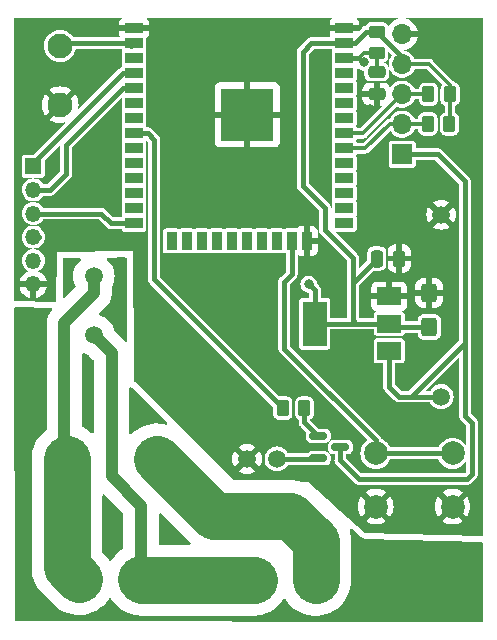
<source format=gbr>
%TF.GenerationSoftware,KiCad,Pcbnew,7.0.2*%
%TF.CreationDate,2023-04-22T16:52:06-03:00*%
%TF.ProjectId,PowerAndCommModule,506f7765-7241-46e6-9443-6f6d6d4d6f64,rev?*%
%TF.SameCoordinates,Original*%
%TF.FileFunction,Copper,L2,Bot*%
%TF.FilePolarity,Positive*%
%FSLAX46Y46*%
G04 Gerber Fmt 4.6, Leading zero omitted, Abs format (unit mm)*
G04 Created by KiCad (PCBNEW 7.0.2) date 2023-04-22 16:52:06*
%MOMM*%
%LPD*%
G01*
G04 APERTURE LIST*
G04 Aperture macros list*
%AMRoundRect*
0 Rectangle with rounded corners*
0 $1 Rounding radius*
0 $2 $3 $4 $5 $6 $7 $8 $9 X,Y pos of 4 corners*
0 Add a 4 corners polygon primitive as box body*
4,1,4,$2,$3,$4,$5,$6,$7,$8,$9,$2,$3,0*
0 Add four circle primitives for the rounded corners*
1,1,$1+$1,$2,$3*
1,1,$1+$1,$4,$5*
1,1,$1+$1,$6,$7*
1,1,$1+$1,$8,$9*
0 Add four rect primitives between the rounded corners*
20,1,$1+$1,$2,$3,$4,$5,0*
20,1,$1+$1,$4,$5,$6,$7,0*
20,1,$1+$1,$6,$7,$8,$9,0*
20,1,$1+$1,$8,$9,$2,$3,0*%
G04 Aperture macros list end*
%TA.AperFunction,ComponentPad*%
%ADD10C,2.100000*%
%TD*%
%TA.AperFunction,ComponentPad*%
%ADD11R,1.700000X1.700000*%
%TD*%
%TA.AperFunction,ComponentPad*%
%ADD12O,1.700000X1.700000*%
%TD*%
%TA.AperFunction,ComponentPad*%
%ADD13C,1.500000*%
%TD*%
%TA.AperFunction,ComponentPad*%
%ADD14R,1.800000X1.800000*%
%TD*%
%TA.AperFunction,ComponentPad*%
%ADD15C,1.800000*%
%TD*%
%TA.AperFunction,ComponentPad*%
%ADD16C,2.000000*%
%TD*%
%TA.AperFunction,ComponentPad*%
%ADD17R,1.350000X1.350000*%
%TD*%
%TA.AperFunction,ComponentPad*%
%ADD18O,1.350000X1.350000*%
%TD*%
%TA.AperFunction,SMDPad,CuDef*%
%ADD19RoundRect,0.150000X-0.587500X-0.150000X0.587500X-0.150000X0.587500X0.150000X-0.587500X0.150000X0*%
%TD*%
%TA.AperFunction,SMDPad,CuDef*%
%ADD20RoundRect,0.250000X-0.262500X-0.450000X0.262500X-0.450000X0.262500X0.450000X-0.262500X0.450000X0*%
%TD*%
%TA.AperFunction,SMDPad,CuDef*%
%ADD21R,2.000000X1.500000*%
%TD*%
%TA.AperFunction,SMDPad,CuDef*%
%ADD22R,2.000000X3.800000*%
%TD*%
%TA.AperFunction,SMDPad,CuDef*%
%ADD23RoundRect,0.250000X-0.475000X0.250000X-0.475000X-0.250000X0.475000X-0.250000X0.475000X0.250000X0*%
%TD*%
%TA.AperFunction,SMDPad,CuDef*%
%ADD24RoundRect,0.250000X-0.450000X0.262500X-0.450000X-0.262500X0.450000X-0.262500X0.450000X0.262500X0*%
%TD*%
%TA.AperFunction,SMDPad,CuDef*%
%ADD25RoundRect,0.250000X-0.250000X-0.475000X0.250000X-0.475000X0.250000X0.475000X-0.250000X0.475000X0*%
%TD*%
%TA.AperFunction,SMDPad,CuDef*%
%ADD26RoundRect,0.250000X0.425000X-0.537500X0.425000X0.537500X-0.425000X0.537500X-0.425000X-0.537500X0*%
%TD*%
%TA.AperFunction,SMDPad,CuDef*%
%ADD27R,1.500000X0.900000*%
%TD*%
%TA.AperFunction,SMDPad,CuDef*%
%ADD28R,0.900000X1.500000*%
%TD*%
%TA.AperFunction,SMDPad,CuDef*%
%ADD29R,4.500000X4.500000*%
%TD*%
%TA.AperFunction,ViaPad*%
%ADD30C,0.800000*%
%TD*%
%TA.AperFunction,Conductor*%
%ADD31C,0.300000*%
%TD*%
%TA.AperFunction,Conductor*%
%ADD32C,0.400000*%
%TD*%
%TA.AperFunction,Conductor*%
%ADD33C,1.000000*%
%TD*%
%TA.AperFunction,Conductor*%
%ADD34C,4.000000*%
%TD*%
G04 APERTURE END LIST*
D10*
%TO.P,J5,1,Pin_1*%
%TO.N,NEUT*%
X46540000Y-76520000D03*
%TO.P,J5,2,Pin_2*%
%TO.N,/LINE_NO*%
X51540000Y-76520000D03*
%TD*%
D11*
%TO.P,J4,1,Pin_1*%
%TO.N,+5V*%
X59120000Y-40450000D03*
D12*
%TO.P,J4,2,Pin_2*%
%TO.N,/SCL*%
X59120000Y-37910000D03*
%TO.P,J4,3,Pin_3*%
%TO.N,/SDA*%
X59120000Y-35370000D03*
%TO.P,J4,4,Pin_4*%
%TO.N,+3V3*%
X59120000Y-32830000D03*
%TO.P,J4,5,Pin_5*%
%TO.N,GND*%
X59120000Y-30290000D03*
%TD*%
D13*
%TO.P,PS1,1,AC/L*%
%TO.N,LINE*%
X33020000Y-50780000D03*
%TO.P,PS1,2,AC/N*%
%TO.N,NEUT*%
X33020000Y-55780000D03*
%TO.P,PS1,3,-Vout*%
%TO.N,GND*%
X62420000Y-45580000D03*
%TO.P,PS1,4,+Vout*%
%TO.N,+5V*%
X62420000Y-60980000D03*
%TD*%
D14*
%TO.P,K1,1,COM*%
%TO.N,LINE*%
X30740000Y-66260000D03*
D15*
%TO.P,K1,2,NO*%
%TO.N,/LINE_NO*%
X38360000Y-66260000D03*
D13*
%TO.P,K1,3,COIL_1*%
%TO.N,GND*%
X45980000Y-66260000D03*
%TO.P,K1,4,COIL_2*%
%TO.N,Net-(K1-COIL_2)*%
X48520000Y-66260000D03*
%TD*%
D16*
%TO.P,SW1,1*%
%TO.N,Net-(U2-IO13)*%
X56890000Y-65790000D03*
X63390000Y-65790000D03*
%TO.P,SW1,2*%
%TO.N,GND*%
X56890000Y-70290000D03*
X63390000Y-70290000D03*
%TD*%
D10*
%TO.P,J1,1,Pin_1*%
%TO.N,LINE*%
X32010000Y-76460000D03*
%TO.P,J1,2,Pin_2*%
%TO.N,NEUT*%
X37010000Y-76460000D03*
%TD*%
D17*
%TO.P,J2,1,Pin_1*%
%TO.N,/RXD*%
X27880000Y-41480000D03*
D18*
%TO.P,J2,2,Pin_2*%
%TO.N,/TXD*%
X27880000Y-43480000D03*
%TO.P,J2,3,Pin_3*%
%TO.N,/DTR*%
X27880000Y-45480000D03*
%TO.P,J2,4,Pin_4*%
%TO.N,/EN*%
X27880000Y-47480000D03*
%TO.P,J2,5,Pin_5*%
%TO.N,+3V3*%
X27880000Y-49480000D03*
%TO.P,J2,6,Pin_6*%
%TO.N,GND*%
X27880000Y-51480000D03*
%TD*%
D10*
%TO.P,J3,1,Pin_1*%
%TO.N,Net-(J3-Pin_1)*%
X30160000Y-31280000D03*
%TO.P,J3,2,Pin_2*%
%TO.N,GND*%
X30160000Y-36280000D03*
%TD*%
D19*
%TO.P,Q1,1,E*%
%TO.N,Net-(K1-COIL_2)*%
X52015000Y-66200000D03*
%TO.P,Q1,2,B*%
%TO.N,Net-(Q1-B)*%
X52015000Y-64300000D03*
%TO.P,Q1,3,C*%
%TO.N,+5V*%
X53890000Y-65250000D03*
%TD*%
D20*
%TO.P,R2,1*%
%TO.N,Net-(U2-IO19)*%
X49017500Y-61970000D03*
%TO.P,R2,2*%
%TO.N,Net-(Q1-B)*%
X50842500Y-61970000D03*
%TD*%
%TO.P,R3,1*%
%TO.N,/SCL*%
X61297500Y-37880000D03*
%TO.P,R3,2*%
%TO.N,+3V3*%
X63122500Y-37880000D03*
%TD*%
D21*
%TO.P,U1,1,GND*%
%TO.N,GND*%
X58020000Y-52500000D03*
%TO.P,U1,2,VO*%
%TO.N,+3V3*%
X58020000Y-54800000D03*
D22*
X51720000Y-54800000D03*
D21*
%TO.P,U1,3,VI*%
%TO.N,+5V*%
X58020000Y-57100000D03*
%TD*%
D23*
%TO.P,C3,1*%
%TO.N,/EN*%
X56950000Y-33500000D03*
%TO.P,C3,2*%
%TO.N,GND*%
X56950000Y-35400000D03*
%TD*%
D24*
%TO.P,R1,1*%
%TO.N,+3V3*%
X56960000Y-30077500D03*
%TO.P,R1,2*%
%TO.N,/EN*%
X56960000Y-31902500D03*
%TD*%
D25*
%TO.P,C2,1*%
%TO.N,+3V3*%
X56980000Y-49290000D03*
%TO.P,C2,2*%
%TO.N,GND*%
X58880000Y-49290000D03*
%TD*%
D26*
%TO.P,C1,1*%
%TO.N,+3V3*%
X61410000Y-55087500D03*
%TO.P,C1,2*%
%TO.N,GND*%
X61410000Y-52212500D03*
%TD*%
D20*
%TO.P,R4,1*%
%TO.N,/SDA*%
X61347500Y-35390000D03*
%TO.P,R4,2*%
%TO.N,+3V3*%
X63172500Y-35390000D03*
%TD*%
D27*
%TO.P,U2,1,GND_1*%
%TO.N,GND*%
X54220000Y-29790000D03*
%TO.P,U2,2,3V3*%
%TO.N,+3V3*%
X54220000Y-31060000D03*
%TO.P,U2,3,EN*%
%TO.N,/EN*%
X54220000Y-32330000D03*
%TO.P,U2,4,SENSOR_VP*%
%TO.N,unconnected-(U2-SENSOR_VP-Pad4)*%
X54220000Y-33600000D03*
%TO.P,U2,5,SENSOR_VN*%
%TO.N,unconnected-(U2-SENSOR_VN-Pad5)*%
X54220000Y-34870000D03*
%TO.P,U2,6,IO34*%
%TO.N,unconnected-(U2-IO34-Pad6)*%
X54220000Y-36140000D03*
%TO.P,U2,7,IO35*%
%TO.N,unconnected-(U2-IO35-Pad7)*%
X54220000Y-37410000D03*
%TO.P,U2,8,IO32*%
%TO.N,/SDA*%
X54220000Y-38680000D03*
%TO.P,U2,9,IO33*%
%TO.N,/SCL*%
X54220000Y-39950000D03*
%TO.P,U2,10,IO25*%
%TO.N,unconnected-(U2-IO25-Pad10)*%
X54220000Y-41220000D03*
%TO.P,U2,11,IO26*%
%TO.N,unconnected-(U2-IO26-Pad11)*%
X54220000Y-42490000D03*
%TO.P,U2,12,IO27*%
%TO.N,unconnected-(U2-IO27-Pad12)*%
X54220000Y-43760000D03*
%TO.P,U2,13,IO14*%
%TO.N,unconnected-(U2-IO14-Pad13)*%
X54220000Y-45030000D03*
%TO.P,U2,14,IO12*%
%TO.N,unconnected-(U2-IO12-Pad14)*%
X54220000Y-46300000D03*
D28*
%TO.P,U2,15,GND_2*%
%TO.N,GND*%
X51030000Y-47800000D03*
%TO.P,U2,16,IO13*%
%TO.N,Net-(U2-IO13)*%
X49760000Y-47800000D03*
%TO.P,U2,17,SHD/SD2*%
%TO.N,unconnected-(U2-SHD{slash}SD2-Pad17)*%
X48490000Y-47800000D03*
%TO.P,U2,18,SHD/SD3*%
%TO.N,unconnected-(U2-SHD{slash}SD3-Pad18)*%
X47220000Y-47800000D03*
%TO.P,U2,19,SCS/CMD*%
%TO.N,unconnected-(U2-SCS{slash}CMD-Pad19)*%
X45950000Y-47800000D03*
%TO.P,U2,20,SCK/CLK*%
%TO.N,unconnected-(U2-SCK{slash}CLK-Pad20)*%
X44680000Y-47800000D03*
%TO.P,U2,21,SDO/SD0*%
%TO.N,unconnected-(U2-SDO{slash}SD0-Pad21)*%
X43410000Y-47800000D03*
%TO.P,U2,22,SDI/SD1*%
%TO.N,unconnected-(U2-SDI{slash}SD1-Pad22)*%
X42140000Y-47800000D03*
%TO.P,U2,23,IO15*%
%TO.N,unconnected-(U2-IO15-Pad23)*%
X40870000Y-47800000D03*
%TO.P,U2,24,IO2*%
%TO.N,unconnected-(U2-IO2-Pad24)*%
X39600000Y-47800000D03*
D27*
%TO.P,U2,25,IO0*%
%TO.N,/DTR*%
X36420000Y-46300000D03*
%TO.P,U2,26,IO4*%
%TO.N,unconnected-(U2-IO4-Pad26)*%
X36420000Y-45030000D03*
%TO.P,U2,27,IO16*%
%TO.N,unconnected-(U2-IO16-Pad27)*%
X36420000Y-43760000D03*
%TO.P,U2,28,IO17*%
%TO.N,unconnected-(U2-IO17-Pad28)*%
X36420000Y-42490000D03*
%TO.P,U2,29,IO5*%
%TO.N,unconnected-(U2-IO5-Pad29)*%
X36420000Y-41220000D03*
%TO.P,U2,30,IO18*%
%TO.N,unconnected-(U2-IO18-Pad30)*%
X36420000Y-39950000D03*
%TO.P,U2,31,IO19*%
%TO.N,Net-(U2-IO19)*%
X36420000Y-38680000D03*
%TO.P,U2,32,NC*%
%TO.N,unconnected-(U2-NC-Pad32)*%
X36420000Y-37410000D03*
%TO.P,U2,33,IO21*%
%TO.N,unconnected-(U2-IO21-Pad33)*%
X36420000Y-36140000D03*
%TO.P,U2,34,RXD0*%
%TO.N,/TXD*%
X36420000Y-34870000D03*
%TO.P,U2,35,TXDO*%
%TO.N,/RXD*%
X36420000Y-33600000D03*
%TO.P,U2,36,IO22*%
%TO.N,unconnected-(U2-IO22-Pad36)*%
X36420000Y-32330000D03*
%TO.P,U2,37,IO23*%
%TO.N,Net-(J3-Pin_1)*%
X36420000Y-31060000D03*
%TO.P,U2,38,GND_3*%
%TO.N,GND*%
X36420000Y-29790000D03*
D29*
%TO.P,U2,39,EP*%
X46000000Y-37130000D03*
%TD*%
D30*
%TO.N,GND*%
X56400000Y-36640000D03*
%TO.N,/EN*%
X55850000Y-32680000D03*
%TO.N,+3V3*%
X51210000Y-51470000D03*
%TD*%
D31*
%TO.N,GND*%
X51040000Y-47810000D02*
X51030000Y-47800000D01*
D32*
X61410000Y-52212500D02*
X61410000Y-51820000D01*
X58020000Y-52500000D02*
X58040000Y-52500000D01*
D33*
%TO.N,LINE*%
X30520000Y-54744466D02*
X30520000Y-66040000D01*
D34*
X30740000Y-66260000D02*
X30740000Y-75440000D01*
D33*
X30520000Y-66040000D02*
X30740000Y-66260000D01*
X30740000Y-66260000D02*
X29770000Y-65290000D01*
D34*
X30740000Y-75440000D02*
X31760000Y-76460000D01*
D33*
X33020000Y-52244466D02*
X30520000Y-54744466D01*
X33020000Y-50780000D02*
X33020000Y-52244466D01*
D32*
%TO.N,+5V*%
X53890000Y-66380000D02*
X55470000Y-67960000D01*
X53890000Y-65250000D02*
X53890000Y-66380000D01*
X62130000Y-40450000D02*
X59120000Y-40450000D01*
X65007500Y-63180000D02*
X64430000Y-62602500D01*
X53890000Y-65250000D02*
X53940000Y-65250000D01*
X64430000Y-42750000D02*
X62130000Y-40450000D01*
X64430000Y-56420000D02*
X59870000Y-60980000D01*
X58020000Y-60140000D02*
X58860000Y-60980000D01*
X64430000Y-62602500D02*
X64430000Y-56420000D01*
X59830000Y-60980000D02*
X59870000Y-60980000D01*
X62420000Y-60980000D02*
X59830000Y-60980000D01*
X58860000Y-60980000D02*
X59830000Y-60980000D01*
X64600000Y-67960000D02*
X65007500Y-67552500D01*
X64430000Y-56420000D02*
X64430000Y-42750000D01*
X58020000Y-57100000D02*
X58020000Y-60140000D01*
X55470000Y-67960000D02*
X64600000Y-67960000D01*
X65007500Y-67552500D02*
X65007500Y-63180000D01*
%TO.N,Net-(K1-COIL_2)*%
X50400000Y-66260000D02*
X51955000Y-66260000D01*
X51955000Y-66260000D02*
X52015000Y-66200000D01*
X48520000Y-66260000D02*
X50400000Y-66260000D01*
%TO.N,Net-(Q1-B)*%
X50842500Y-63127500D02*
X52015000Y-64300000D01*
X50842500Y-61970000D02*
X50842500Y-63127500D01*
%TO.N,/RXD*%
X35490000Y-33600000D02*
X36420000Y-33600000D01*
X27880000Y-41210000D02*
X27880000Y-41480000D01*
X35490000Y-33600000D02*
X27880000Y-41210000D01*
%TO.N,/TXD*%
X30660000Y-42114594D02*
X29294594Y-43480000D01*
X35490000Y-34870000D02*
X36420000Y-34870000D01*
X30680000Y-39680000D02*
X35490000Y-34870000D01*
X29294594Y-43480000D02*
X27880000Y-43480000D01*
X30680000Y-42114594D02*
X30660000Y-42114594D01*
X30680000Y-42114594D02*
X30680000Y-39680000D01*
D33*
%TO.N,NEUT*%
X34510000Y-67713300D02*
X34510000Y-57270000D01*
D34*
X46540000Y-76520000D02*
X37070000Y-76520000D01*
D33*
X37010000Y-76460000D02*
X37010000Y-70213300D01*
D34*
X37070000Y-76520000D02*
X37010000Y-76460000D01*
D33*
X37010000Y-70213300D02*
X34510000Y-67713300D01*
X34510000Y-57270000D02*
X33020000Y-55780000D01*
D34*
%TO.N,/LINE_NO*%
X38360000Y-66260000D02*
X43150000Y-71050000D01*
X51790000Y-73200000D02*
X51790000Y-76520000D01*
X43150000Y-71050000D02*
X49640000Y-71050000D01*
X49640000Y-71050000D02*
X51790000Y-73200000D01*
D31*
%TO.N,/EN*%
X56960000Y-33490000D02*
X56950000Y-33500000D01*
X55927500Y-31902500D02*
X55500000Y-32330000D01*
X56960000Y-31902500D02*
X56960000Y-33490000D01*
D32*
X55850000Y-32680000D02*
X55500000Y-32330000D01*
D31*
X56960000Y-31902500D02*
X55927500Y-31902500D01*
D32*
X55500000Y-32330000D02*
X54220000Y-32330000D01*
X28390000Y-47450000D02*
X28350000Y-47490000D01*
%TO.N,/DTR*%
X34450000Y-46300000D02*
X33630000Y-45480000D01*
X36420000Y-46300000D02*
X34450000Y-46300000D01*
X33630000Y-45480000D02*
X27880000Y-45480000D01*
%TO.N,Net-(J3-Pin_1)*%
X36200000Y-31280000D02*
X36420000Y-31060000D01*
X36420000Y-31060000D02*
X30380000Y-31060000D01*
X30380000Y-31060000D02*
X30160000Y-31280000D01*
%TO.N,Net-(U2-IO19)*%
X38110000Y-51062500D02*
X49017500Y-61970000D01*
X36420000Y-38680000D02*
X37570000Y-38680000D01*
X37570000Y-38680000D02*
X38110000Y-39220000D01*
X38110000Y-39220000D02*
X38110000Y-51062500D01*
%TO.N,+3V3*%
X54940000Y-54530000D02*
X55210000Y-54800000D01*
X51720000Y-54800000D02*
X51720000Y-51940000D01*
X51210000Y-51470000D02*
X51210000Y-51430000D01*
D31*
X63172500Y-37830000D02*
X63122500Y-37880000D01*
X61420000Y-32830000D02*
X63172500Y-34582500D01*
D32*
X51440000Y-31060000D02*
X54220000Y-31060000D01*
X51210000Y-51430000D02*
X51210000Y-51430000D01*
X51250000Y-51470000D02*
X51210000Y-51470000D01*
D31*
X63172500Y-35390000D02*
X63172500Y-37830000D01*
D32*
X50700000Y-31800000D02*
X51440000Y-31060000D01*
X54940000Y-52600000D02*
X54940000Y-54530000D01*
X52600000Y-46900000D02*
X52600000Y-45020000D01*
X51720000Y-54800000D02*
X55210000Y-54800000D01*
X54220000Y-31060000D02*
X55110000Y-31060000D01*
X50700000Y-43120000D02*
X50700000Y-31800000D01*
X58307500Y-55087500D02*
X58020000Y-54800000D01*
X59120000Y-32237500D02*
X59120000Y-32830000D01*
X56092500Y-30077500D02*
X56960000Y-30077500D01*
X51720000Y-51940000D02*
X51250000Y-51470000D01*
D31*
X63172500Y-34582500D02*
X63172500Y-35390000D01*
D32*
X54940000Y-49240000D02*
X52600000Y-46900000D01*
X54940000Y-51330000D02*
X54940000Y-49240000D01*
X61410000Y-55087500D02*
X58307500Y-55087500D01*
D31*
X59120000Y-32830000D02*
X61420000Y-32830000D01*
D32*
X54940000Y-51330000D02*
X54940000Y-52600000D01*
X56960000Y-30077500D02*
X59120000Y-32237500D01*
X56980000Y-49290000D02*
X54940000Y-51330000D01*
X55110000Y-31060000D02*
X56092500Y-30077500D01*
X55210000Y-54800000D02*
X58020000Y-54800000D01*
X52600000Y-45020000D02*
X50700000Y-43120000D01*
D31*
%TO.N,/SCL*%
X56010000Y-39950000D02*
X58050000Y-37910000D01*
X61267500Y-37910000D02*
X61297500Y-37880000D01*
X59120000Y-37910000D02*
X61267500Y-37910000D01*
X54220000Y-39950000D02*
X56010000Y-39950000D01*
X58050000Y-37910000D02*
X59120000Y-37910000D01*
%TO.N,/SDA*%
X54220000Y-38680000D02*
X55810000Y-38680000D01*
X59120000Y-35370000D02*
X61327500Y-35370000D01*
X61327500Y-35370000D02*
X61347500Y-35390000D01*
X55810000Y-38680000D02*
X59120000Y-35370000D01*
D32*
%TO.N,Net-(U2-IO13)*%
X56890000Y-65790000D02*
X56890000Y-64680000D01*
X56890000Y-65790000D02*
X63390000Y-65790000D01*
X49760000Y-50620000D02*
X49760000Y-47800000D01*
X49140000Y-56930000D02*
X49140000Y-51240000D01*
X49140000Y-51240000D02*
X49760000Y-50620000D01*
X56890000Y-64680000D02*
X49140000Y-56930000D01*
%TD*%
%TA.AperFunction,Conductor*%
%TO.N,GND*%
G36*
X65923632Y-28903868D02*
G01*
X65927000Y-28912000D01*
X65927000Y-72747384D01*
X65923632Y-72755516D01*
X65915500Y-72758884D01*
X65915213Y-72758880D01*
X55954240Y-72510105D01*
X55946844Y-72507166D01*
X53871358Y-70643553D01*
X53477609Y-70289999D01*
X55384859Y-70289999D01*
X55405387Y-70537740D01*
X55466412Y-70778720D01*
X55566266Y-71006366D01*
X55666563Y-71159881D01*
X56364070Y-70462375D01*
X56366884Y-70475915D01*
X56436442Y-70610156D01*
X56539638Y-70720652D01*
X56668819Y-70799209D01*
X56720002Y-70813549D01*
X56019942Y-71513610D01*
X56066765Y-71550053D01*
X56285391Y-71668366D01*
X56520510Y-71749084D01*
X56765705Y-71790000D01*
X57014295Y-71790000D01*
X57259489Y-71749084D01*
X57494608Y-71668366D01*
X57713234Y-71550053D01*
X57760056Y-71513610D01*
X57061567Y-70815121D01*
X57178458Y-70764349D01*
X57295739Y-70668934D01*
X57382928Y-70545415D01*
X57413355Y-70459801D01*
X58113435Y-71159881D01*
X58113436Y-71159881D01*
X58213733Y-71006366D01*
X58313587Y-70778720D01*
X58374612Y-70537740D01*
X58395140Y-70289999D01*
X61884859Y-70289999D01*
X61905387Y-70537740D01*
X61966412Y-70778720D01*
X62066266Y-71006366D01*
X62166563Y-71159881D01*
X62864070Y-70462373D01*
X62866884Y-70475915D01*
X62936442Y-70610156D01*
X63039638Y-70720652D01*
X63168819Y-70799209D01*
X63220002Y-70813549D01*
X62519942Y-71513610D01*
X62566765Y-71550053D01*
X62785391Y-71668366D01*
X63020510Y-71749084D01*
X63265705Y-71790000D01*
X63514295Y-71790000D01*
X63759489Y-71749084D01*
X63994608Y-71668366D01*
X64213234Y-71550053D01*
X64260056Y-71513610D01*
X63561567Y-70815121D01*
X63678458Y-70764349D01*
X63795739Y-70668934D01*
X63882928Y-70545415D01*
X63913355Y-70459801D01*
X64613435Y-71159881D01*
X64613436Y-71159881D01*
X64713733Y-71006366D01*
X64813587Y-70778720D01*
X64874612Y-70537740D01*
X64895140Y-70289999D01*
X64874612Y-70042259D01*
X64813587Y-69801279D01*
X64713733Y-69573633D01*
X64613435Y-69420117D01*
X63915929Y-70117622D01*
X63913116Y-70104085D01*
X63843558Y-69969844D01*
X63740362Y-69859348D01*
X63611181Y-69780791D01*
X63559994Y-69766449D01*
X64260056Y-69066388D01*
X64213234Y-69029946D01*
X63994608Y-68911633D01*
X63759489Y-68830915D01*
X63514295Y-68790000D01*
X63265705Y-68790000D01*
X63020510Y-68830915D01*
X62785391Y-68911633D01*
X62566765Y-69029947D01*
X62519942Y-69066388D01*
X63218432Y-69764878D01*
X63101542Y-69815651D01*
X62984261Y-69911066D01*
X62897072Y-70034585D01*
X62866644Y-70120198D01*
X62166563Y-69420117D01*
X62166562Y-69420117D01*
X62066266Y-69573633D01*
X61966412Y-69801279D01*
X61905387Y-70042259D01*
X61884859Y-70289999D01*
X58395140Y-70289999D01*
X58374612Y-70042259D01*
X58313587Y-69801279D01*
X58213733Y-69573633D01*
X58113435Y-69420117D01*
X57415929Y-70117622D01*
X57413116Y-70104085D01*
X57343558Y-69969844D01*
X57240362Y-69859348D01*
X57111181Y-69780791D01*
X57059994Y-69766449D01*
X57760056Y-69066388D01*
X57713234Y-69029946D01*
X57494608Y-68911633D01*
X57259489Y-68830915D01*
X57014295Y-68790000D01*
X56765705Y-68790000D01*
X56520510Y-68830915D01*
X56285391Y-68911633D01*
X56066765Y-69029947D01*
X56019942Y-69066388D01*
X56718432Y-69764878D01*
X56601542Y-69815651D01*
X56484261Y-69911066D01*
X56397072Y-70034585D01*
X56366644Y-70120198D01*
X55666563Y-69420117D01*
X55666562Y-69420117D01*
X55566266Y-69573633D01*
X55466412Y-69801279D01*
X55405387Y-70042259D01*
X55384859Y-70289999D01*
X53477609Y-70289999D01*
X51150000Y-68200000D01*
X51149999Y-68199999D01*
X51149998Y-68199999D01*
X50539405Y-68184318D01*
X50536724Y-68183930D01*
X50488637Y-68171045D01*
X50458906Y-68163078D01*
X50458609Y-68162994D01*
X50333136Y-68125431D01*
X50332804Y-68125372D01*
X50332798Y-68125371D01*
X50290544Y-68117920D01*
X50289565Y-68117703D01*
X50248101Y-68106593D01*
X50248093Y-68106591D01*
X50247782Y-68106508D01*
X50247473Y-68106462D01*
X50247460Y-68106460D01*
X50118171Y-68087522D01*
X50117841Y-68087468D01*
X49989250Y-68064795D01*
X49988927Y-68064738D01*
X49988609Y-68064719D01*
X49988605Y-68064719D01*
X49945751Y-68062223D01*
X49944753Y-68062121D01*
X49902286Y-68055900D01*
X49902275Y-68055899D01*
X49901954Y-68055852D01*
X49901614Y-68055842D01*
X49901613Y-68055842D01*
X49771064Y-68052042D01*
X49770731Y-68052028D01*
X49727449Y-68049508D01*
X49727436Y-68049507D01*
X49727305Y-68049500D01*
X49727154Y-68049500D01*
X49683820Y-68049500D01*
X49683486Y-68049495D01*
X49552919Y-68045695D01*
X49552906Y-68045695D01*
X49552584Y-68045686D01*
X49552254Y-68045714D01*
X49552248Y-68045715D01*
X49509493Y-68049456D01*
X49508491Y-68049500D01*
X45290045Y-68049500D01*
X45289750Y-68049496D01*
X45289711Y-68049495D01*
X45141749Y-68045695D01*
X44924518Y-68040116D01*
X44916770Y-68036838D01*
X43101583Y-66260000D01*
X44725224Y-66260000D01*
X44744287Y-66477889D01*
X44800895Y-66689154D01*
X44893335Y-66887391D01*
X44936874Y-66949571D01*
X45496922Y-66389521D01*
X45520507Y-66469844D01*
X45598239Y-66590798D01*
X45706900Y-66684952D01*
X45837685Y-66744680D01*
X45847465Y-66746086D01*
X45290427Y-67303124D01*
X45352608Y-67346664D01*
X45550845Y-67439104D01*
X45762110Y-67495712D01*
X45979999Y-67514775D01*
X46197889Y-67495712D01*
X46409154Y-67439104D01*
X46607391Y-67346664D01*
X46669572Y-67303125D01*
X46112532Y-66746086D01*
X46122315Y-66744680D01*
X46253100Y-66684952D01*
X46361761Y-66590798D01*
X46439493Y-66469844D01*
X46463077Y-66389523D01*
X47023125Y-66949572D01*
X47066664Y-66887391D01*
X47159104Y-66689154D01*
X47215712Y-66477889D01*
X47234775Y-66260000D01*
X47464417Y-66260000D01*
X47484700Y-66465934D01*
X47544768Y-66663954D01*
X47612167Y-66790049D01*
X47642315Y-66846450D01*
X47773590Y-67006410D01*
X47933550Y-67137685D01*
X48116046Y-67235232D01*
X48314066Y-67295300D01*
X48520000Y-67315583D01*
X48725934Y-67295300D01*
X48923954Y-67235232D01*
X49106450Y-67137685D01*
X49266410Y-67006410D01*
X49397685Y-66846450D01*
X49423772Y-66797646D01*
X49440378Y-66766579D01*
X49447182Y-66760995D01*
X49450520Y-66760500D01*
X50364201Y-66760500D01*
X51234688Y-66760500D01*
X51238486Y-66761145D01*
X51321084Y-66790047D01*
X51342801Y-66797646D01*
X51373234Y-66800500D01*
X51373511Y-66800500D01*
X52656489Y-66800500D01*
X52656766Y-66800500D01*
X52687199Y-66797646D01*
X52815382Y-66752793D01*
X52924650Y-66672150D01*
X53005293Y-66562882D01*
X53050146Y-66434699D01*
X53053000Y-66404266D01*
X53053000Y-65995734D01*
X53050146Y-65965301D01*
X53005293Y-65837118D01*
X52945523Y-65756132D01*
X52924650Y-65727849D01*
X52861780Y-65681450D01*
X52815382Y-65647207D01*
X52770527Y-65631511D01*
X52687198Y-65602353D01*
X52657039Y-65599525D01*
X52657026Y-65599524D01*
X52656766Y-65599500D01*
X51373234Y-65599500D01*
X51372974Y-65599524D01*
X51372960Y-65599525D01*
X51342801Y-65602353D01*
X51214618Y-65647207D01*
X51105349Y-65727849D01*
X51085438Y-65754829D01*
X51077899Y-65759372D01*
X51076185Y-65759500D01*
X49450520Y-65759500D01*
X49442388Y-65756132D01*
X49440378Y-65753421D01*
X49397685Y-65673550D01*
X49347896Y-65612882D01*
X49266410Y-65513590D01*
X49106450Y-65382315D01*
X49106449Y-65382314D01*
X48923954Y-65284768D01*
X48725934Y-65224700D01*
X48520000Y-65204417D01*
X48314065Y-65224700D01*
X48116045Y-65284768D01*
X47933550Y-65382314D01*
X47773590Y-65513590D01*
X47642314Y-65673550D01*
X47544768Y-65856045D01*
X47484700Y-66054065D01*
X47464417Y-66260000D01*
X47234775Y-66260000D01*
X47215712Y-66042110D01*
X47159104Y-65830845D01*
X47066664Y-65632609D01*
X47023123Y-65570427D01*
X46463076Y-66130474D01*
X46439493Y-66050156D01*
X46361761Y-65929202D01*
X46253100Y-65835048D01*
X46122315Y-65775320D01*
X46112531Y-65773913D01*
X46669571Y-65216874D01*
X46607391Y-65173335D01*
X46409154Y-65080895D01*
X46197889Y-65024287D01*
X45980000Y-65005224D01*
X45762110Y-65024287D01*
X45550845Y-65080895D01*
X45352609Y-65173335D01*
X45290428Y-65216875D01*
X45847466Y-65773913D01*
X45837685Y-65775320D01*
X45706900Y-65835048D01*
X45598239Y-65929202D01*
X45520507Y-66050156D01*
X45496922Y-66130476D01*
X44936875Y-65570428D01*
X44893335Y-65632609D01*
X44800895Y-65830845D01*
X44744287Y-66042110D01*
X44725224Y-66260000D01*
X43101583Y-66260000D01*
X36403407Y-59703335D01*
X36399952Y-59695240D01*
X36399952Y-59695232D01*
X36384552Y-58153867D01*
X36290815Y-48771564D01*
X36290000Y-48689999D01*
X29919999Y-48730000D01*
X29850191Y-52968399D01*
X29846690Y-52976475D01*
X29838504Y-52979708D01*
X29838402Y-52979706D01*
X26301199Y-52890283D01*
X26293155Y-52886711D01*
X26289990Y-52878798D01*
X26289031Y-51730000D01*
X26729495Y-51730000D01*
X26779651Y-51906278D01*
X26876715Y-52101208D01*
X27007942Y-52274983D01*
X27168868Y-52421685D01*
X27354018Y-52536324D01*
X27557065Y-52614986D01*
X27630000Y-52628619D01*
X27630000Y-51795686D01*
X27641955Y-51807641D01*
X27754852Y-51865165D01*
X27848519Y-51880000D01*
X27911481Y-51880000D01*
X28005148Y-51865165D01*
X28118045Y-51807641D01*
X28129999Y-51795686D01*
X28130000Y-52628619D01*
X28202934Y-52614986D01*
X28405981Y-52536324D01*
X28591131Y-52421685D01*
X28752057Y-52274983D01*
X28883284Y-52101208D01*
X28980348Y-51906278D01*
X29030505Y-51730000D01*
X28195686Y-51730000D01*
X28207641Y-51718045D01*
X28265165Y-51605148D01*
X28284986Y-51480000D01*
X28265165Y-51354852D01*
X28207641Y-51241955D01*
X28195686Y-51230000D01*
X29030505Y-51230000D01*
X29030504Y-51229999D01*
X28980348Y-51053721D01*
X28883284Y-50858791D01*
X28752057Y-50685016D01*
X28591131Y-50538314D01*
X28405981Y-50423675D01*
X28300582Y-50382843D01*
X28294216Y-50376765D01*
X28294013Y-50367966D01*
X28299313Y-50361980D01*
X28424581Y-50295023D01*
X28573120Y-50173120D01*
X28695023Y-50024581D01*
X28785605Y-49855114D01*
X28841385Y-49671231D01*
X28860220Y-49480000D01*
X28841385Y-49288769D01*
X28785605Y-49104886D01*
X28695023Y-48935419D01*
X28573120Y-48786880D01*
X28424581Y-48664977D01*
X28255114Y-48574395D01*
X28071231Y-48518615D01*
X27880000Y-48499780D01*
X27688768Y-48518615D01*
X27504885Y-48574395D01*
X27335422Y-48664975D01*
X27335420Y-48664976D01*
X27335419Y-48664977D01*
X27186880Y-48786880D01*
X27072907Y-48925757D01*
X27064975Y-48935422D01*
X26974395Y-49104885D01*
X26918615Y-49288768D01*
X26909834Y-49377921D01*
X26899780Y-49480000D01*
X26918615Y-49671231D01*
X26974395Y-49855114D01*
X27064977Y-50024581D01*
X27186880Y-50173120D01*
X27335419Y-50295023D01*
X27451963Y-50357317D01*
X27460683Y-50361978D01*
X27466267Y-50368782D01*
X27465404Y-50377541D01*
X27459416Y-50382843D01*
X27354018Y-50423675D01*
X27168868Y-50538314D01*
X27007942Y-50685016D01*
X26876715Y-50858791D01*
X26779651Y-51053721D01*
X26729495Y-51229999D01*
X26729495Y-51230000D01*
X27564314Y-51230000D01*
X27552359Y-51241955D01*
X27494835Y-51354852D01*
X27475014Y-51480000D01*
X27494835Y-51605148D01*
X27552359Y-51718045D01*
X27564314Y-51730000D01*
X26729495Y-51730000D01*
X26289031Y-51730000D01*
X26285483Y-47480000D01*
X26899780Y-47480000D01*
X26918615Y-47671231D01*
X26974395Y-47855114D01*
X27064977Y-48024581D01*
X27186880Y-48173120D01*
X27335419Y-48295023D01*
X27504886Y-48385605D01*
X27688769Y-48441385D01*
X27880000Y-48460220D01*
X28071231Y-48441385D01*
X28255114Y-48385605D01*
X28424581Y-48295023D01*
X28573120Y-48173120D01*
X28695023Y-48024581D01*
X28785605Y-47855114D01*
X28840062Y-47675588D01*
X28840279Y-47674945D01*
X28884091Y-47557483D01*
X28894359Y-47413927D01*
X28868016Y-47292828D01*
X28863766Y-47273292D01*
X28803418Y-47162777D01*
X28802508Y-47160609D01*
X28785605Y-47104886D01*
X28695023Y-46935419D01*
X28573120Y-46786880D01*
X28424581Y-46664977D01*
X28255114Y-46574395D01*
X28071231Y-46518615D01*
X27880000Y-46499780D01*
X27879999Y-46499780D01*
X27688768Y-46518615D01*
X27504885Y-46574395D01*
X27335422Y-46664975D01*
X27335420Y-46664976D01*
X27335419Y-46664977D01*
X27186880Y-46786880D01*
X27112728Y-46877235D01*
X27064975Y-46935422D01*
X26974395Y-47104885D01*
X26936869Y-47228594D01*
X26918615Y-47288769D01*
X26899780Y-47480000D01*
X26285483Y-47480000D01*
X26283814Y-45480000D01*
X26899780Y-45480000D01*
X26918615Y-45671231D01*
X26974395Y-45855114D01*
X27064977Y-46024581D01*
X27186880Y-46173120D01*
X27335419Y-46295023D01*
X27504886Y-46385605D01*
X27688769Y-46441385D01*
X27880000Y-46460220D01*
X28071231Y-46441385D01*
X28255114Y-46385605D01*
X28424581Y-46295023D01*
X28573120Y-46173120D01*
X28695023Y-46024581D01*
X28715335Y-45986579D01*
X28722140Y-45980995D01*
X28725478Y-45980500D01*
X33417922Y-45980500D01*
X33426054Y-45983868D01*
X34057170Y-46614984D01*
X34058710Y-46616895D01*
X34067857Y-46631128D01*
X34106919Y-46664975D01*
X34108417Y-46666273D01*
X34109017Y-46666832D01*
X34121405Y-46679219D01*
X34121407Y-46679221D01*
X34130412Y-46685962D01*
X34135428Y-46689717D01*
X34136067Y-46690232D01*
X34142785Y-46696053D01*
X34176627Y-46725377D01*
X34192010Y-46732402D01*
X34194124Y-46733656D01*
X34207669Y-46743796D01*
X34257970Y-46762557D01*
X34258710Y-46762863D01*
X34307543Y-46785165D01*
X34324291Y-46787572D01*
X34326663Y-46788177D01*
X34342517Y-46794091D01*
X34396075Y-46797921D01*
X34396847Y-46798004D01*
X34414201Y-46800500D01*
X34431706Y-46800500D01*
X34432526Y-46800529D01*
X34486073Y-46804359D01*
X34486073Y-46804358D01*
X34486074Y-46804359D01*
X34502603Y-46800763D01*
X34505048Y-46800500D01*
X35359912Y-46800500D01*
X35368044Y-46803868D01*
X35371334Y-46810673D01*
X35371919Y-46815712D01*
X35372415Y-46819993D01*
X35417793Y-46922764D01*
X35417794Y-46922765D01*
X35497235Y-47002206D01*
X35600009Y-47047585D01*
X35625135Y-47050500D01*
X37214864Y-47050499D01*
X37239991Y-47047585D01*
X37342765Y-47002206D01*
X37422206Y-46922765D01*
X37467585Y-46819991D01*
X37470500Y-46794865D01*
X37470499Y-45805136D01*
X37467585Y-45780009D01*
X37422206Y-45677235D01*
X37418103Y-45673132D01*
X37414735Y-45665000D01*
X37418103Y-45656868D01*
X37418104Y-45656867D01*
X37422206Y-45652765D01*
X37467585Y-45549991D01*
X37470500Y-45524865D01*
X37470499Y-44535136D01*
X37467585Y-44510009D01*
X37422206Y-44407235D01*
X37418103Y-44403132D01*
X37414735Y-44395000D01*
X37418103Y-44386868D01*
X37419367Y-44385604D01*
X37422206Y-44382765D01*
X37467585Y-44279991D01*
X37470500Y-44254865D01*
X37470499Y-43265136D01*
X37467585Y-43240009D01*
X37422206Y-43137235D01*
X37418103Y-43133132D01*
X37414735Y-43125000D01*
X37418103Y-43116868D01*
X37422206Y-43112765D01*
X37467585Y-43009991D01*
X37470500Y-42984865D01*
X37470499Y-41995136D01*
X37467585Y-41970009D01*
X37422206Y-41867235D01*
X37418103Y-41863132D01*
X37414735Y-41855000D01*
X37418103Y-41846868D01*
X37422206Y-41842765D01*
X37467585Y-41739991D01*
X37470500Y-41714865D01*
X37470499Y-40725136D01*
X37467585Y-40700009D01*
X37422206Y-40597235D01*
X37418103Y-40593132D01*
X37414735Y-40585000D01*
X37418103Y-40576868D01*
X37422206Y-40572765D01*
X37467585Y-40469991D01*
X37470500Y-40444865D01*
X37470499Y-39455136D01*
X37467585Y-39430009D01*
X37422206Y-39327235D01*
X37418103Y-39323132D01*
X37414735Y-39315000D01*
X37418103Y-39306868D01*
X37422206Y-39302765D01*
X37434643Y-39274595D01*
X37441008Y-39268518D01*
X37449808Y-39268721D01*
X37453295Y-39271109D01*
X37606132Y-39423945D01*
X37609500Y-39432077D01*
X37609500Y-51007451D01*
X37609237Y-51009896D01*
X37605640Y-51026425D01*
X37609471Y-51079973D01*
X37609500Y-51080793D01*
X37609500Y-51098299D01*
X37611990Y-51115626D01*
X37612078Y-51116441D01*
X37615909Y-51169985D01*
X37621818Y-51185830D01*
X37622426Y-51188211D01*
X37624834Y-51204956D01*
X37647131Y-51253779D01*
X37647445Y-51254537D01*
X37663438Y-51297416D01*
X37666205Y-51304833D01*
X37676340Y-51318373D01*
X37677594Y-51320486D01*
X37684621Y-51335871D01*
X37719766Y-51376431D01*
X37720281Y-51377070D01*
X37730780Y-51391094D01*
X37743166Y-51403481D01*
X37743725Y-51404081D01*
X37778872Y-51444643D01*
X37790440Y-51452077D01*
X37793099Y-51453786D01*
X37795014Y-51455328D01*
X48201132Y-61861446D01*
X48204500Y-61869578D01*
X48204500Y-62463102D01*
X48215123Y-62551564D01*
X48270639Y-62692342D01*
X48362078Y-62812922D01*
X48482658Y-62904361D01*
X48623436Y-62959877D01*
X48711898Y-62970500D01*
X48712234Y-62970500D01*
X49322766Y-62970500D01*
X49323102Y-62970500D01*
X49411564Y-62959877D01*
X49552342Y-62904361D01*
X49672922Y-62812922D01*
X49764361Y-62692342D01*
X49819877Y-62551564D01*
X49830500Y-62463102D01*
X50029500Y-62463102D01*
X50040123Y-62551564D01*
X50095639Y-62692342D01*
X50187078Y-62812922D01*
X50307658Y-62904361D01*
X50334718Y-62915031D01*
X50341048Y-62921147D01*
X50342000Y-62925729D01*
X50342000Y-63072451D01*
X50341737Y-63074896D01*
X50338140Y-63091425D01*
X50341971Y-63144973D01*
X50342000Y-63145793D01*
X50342000Y-63163299D01*
X50344490Y-63180626D01*
X50344578Y-63181441D01*
X50348409Y-63234985D01*
X50354318Y-63250830D01*
X50354926Y-63253211D01*
X50357334Y-63269956D01*
X50379631Y-63318779D01*
X50379945Y-63319537D01*
X50398705Y-63369833D01*
X50408840Y-63383373D01*
X50410094Y-63385486D01*
X50417121Y-63400871D01*
X50452266Y-63441431D01*
X50452781Y-63442070D01*
X50463280Y-63456094D01*
X50475666Y-63468481D01*
X50476225Y-63469081D01*
X50511372Y-63509643D01*
X50525599Y-63518786D01*
X50527514Y-63520328D01*
X50998755Y-63991569D01*
X51002123Y-63999701D01*
X51001478Y-64003499D01*
X50979853Y-64065301D01*
X50977025Y-64095460D01*
X50977024Y-64095474D01*
X50977000Y-64095734D01*
X50977000Y-64504266D01*
X50977024Y-64504526D01*
X50977025Y-64504539D01*
X50979853Y-64534698D01*
X51005644Y-64608404D01*
X51024707Y-64662882D01*
X51050040Y-64697207D01*
X51105349Y-64772150D01*
X51129468Y-64789950D01*
X51214618Y-64852793D01*
X51342801Y-64897646D01*
X51373234Y-64900500D01*
X51373511Y-64900500D01*
X52656489Y-64900500D01*
X52656766Y-64900500D01*
X52687199Y-64897646D01*
X52815382Y-64852793D01*
X52924650Y-64772150D01*
X53005293Y-64662882D01*
X53050146Y-64534699D01*
X53053000Y-64504266D01*
X53053000Y-64095734D01*
X53050146Y-64065301D01*
X53005293Y-63937118D01*
X52940371Y-63849151D01*
X52924650Y-63827849D01*
X52861780Y-63781450D01*
X52815382Y-63747207D01*
X52770527Y-63731511D01*
X52687198Y-63702353D01*
X52657039Y-63699525D01*
X52657026Y-63699524D01*
X52656766Y-63699500D01*
X52656489Y-63699500D01*
X52127078Y-63699500D01*
X52118946Y-63696132D01*
X51353759Y-62930946D01*
X51350391Y-62922814D01*
X51353759Y-62914682D01*
X51357669Y-62912118D01*
X51377342Y-62904361D01*
X51497922Y-62812922D01*
X51589361Y-62692342D01*
X51644877Y-62551564D01*
X51655500Y-62463102D01*
X51655500Y-61476898D01*
X51644877Y-61388436D01*
X51589361Y-61247658D01*
X51497922Y-61127078D01*
X51377342Y-61035639D01*
X51236564Y-60980123D01*
X51148102Y-60969500D01*
X50536898Y-60969500D01*
X50536565Y-60969539D01*
X50536564Y-60969540D01*
X50448435Y-60980123D01*
X50307658Y-61035639D01*
X50187078Y-61127078D01*
X50095639Y-61247658D01*
X50056530Y-61346832D01*
X50040123Y-61388436D01*
X50029500Y-61476898D01*
X50029500Y-62463102D01*
X49830500Y-62463102D01*
X49830500Y-61476898D01*
X49819877Y-61388436D01*
X49764361Y-61247658D01*
X49672922Y-61127078D01*
X49552342Y-61035639D01*
X49411564Y-60980123D01*
X49323102Y-60969500D01*
X49322766Y-60969500D01*
X48729578Y-60969500D01*
X48721446Y-60966132D01*
X38613868Y-50858554D01*
X38610500Y-50850422D01*
X38610500Y-48594540D01*
X38849500Y-48594540D01*
X38849501Y-48594864D01*
X38849539Y-48595195D01*
X38849540Y-48595205D01*
X38852414Y-48619990D01*
X38897793Y-48722764D01*
X38897794Y-48722765D01*
X38977235Y-48802206D01*
X39080009Y-48847585D01*
X39105135Y-48850500D01*
X40094864Y-48850499D01*
X40119991Y-48847585D01*
X40222765Y-48802206D01*
X40226868Y-48798103D01*
X40235000Y-48794735D01*
X40243132Y-48798103D01*
X40247235Y-48802206D01*
X40350009Y-48847585D01*
X40375135Y-48850500D01*
X41364864Y-48850499D01*
X41389991Y-48847585D01*
X41492765Y-48802206D01*
X41496868Y-48798103D01*
X41505000Y-48794735D01*
X41513132Y-48798103D01*
X41517235Y-48802206D01*
X41620009Y-48847585D01*
X41645135Y-48850500D01*
X42634864Y-48850499D01*
X42659991Y-48847585D01*
X42762765Y-48802206D01*
X42766868Y-48798103D01*
X42775000Y-48794735D01*
X42783132Y-48798103D01*
X42787235Y-48802206D01*
X42890009Y-48847585D01*
X42915135Y-48850500D01*
X43904864Y-48850499D01*
X43929991Y-48847585D01*
X44032765Y-48802206D01*
X44036868Y-48798103D01*
X44045000Y-48794735D01*
X44053132Y-48798103D01*
X44057235Y-48802206D01*
X44160009Y-48847585D01*
X44185135Y-48850500D01*
X45174864Y-48850499D01*
X45199991Y-48847585D01*
X45302765Y-48802206D01*
X45306868Y-48798103D01*
X45315000Y-48794735D01*
X45323132Y-48798103D01*
X45327235Y-48802206D01*
X45430009Y-48847585D01*
X45455135Y-48850500D01*
X46444864Y-48850499D01*
X46469991Y-48847585D01*
X46572765Y-48802206D01*
X46576868Y-48798103D01*
X46585000Y-48794735D01*
X46593132Y-48798103D01*
X46597235Y-48802206D01*
X46700009Y-48847585D01*
X46725135Y-48850500D01*
X47714864Y-48850499D01*
X47739991Y-48847585D01*
X47842765Y-48802206D01*
X47846868Y-48798103D01*
X47855000Y-48794735D01*
X47863132Y-48798103D01*
X47867235Y-48802206D01*
X47970009Y-48847585D01*
X47995135Y-48850500D01*
X48984864Y-48850499D01*
X49009991Y-48847585D01*
X49112765Y-48802206D01*
X49116867Y-48798103D01*
X49124999Y-48794734D01*
X49133131Y-48798102D01*
X49133132Y-48798103D01*
X49137234Y-48802206D01*
X49240006Y-48847584D01*
X49240009Y-48847585D01*
X49249327Y-48848665D01*
X49257014Y-48852947D01*
X49259500Y-48860088D01*
X49259500Y-50407921D01*
X49256132Y-50416053D01*
X48825015Y-50847169D01*
X48823101Y-50848711D01*
X48808872Y-50857857D01*
X48773719Y-50898424D01*
X48773160Y-50899024D01*
X48760779Y-50911406D01*
X48750280Y-50925429D01*
X48749766Y-50926067D01*
X48714622Y-50966627D01*
X48707594Y-50982013D01*
X48706341Y-50984125D01*
X48696204Y-50997668D01*
X48677445Y-51047961D01*
X48677131Y-51048719D01*
X48654834Y-51097543D01*
X48652426Y-51114289D01*
X48651818Y-51116670D01*
X48645909Y-51132515D01*
X48642078Y-51186057D01*
X48641990Y-51186872D01*
X48639500Y-51204200D01*
X48639500Y-51221705D01*
X48639471Y-51222525D01*
X48635640Y-51276074D01*
X48639237Y-51292603D01*
X48639500Y-51295048D01*
X48639500Y-56874951D01*
X48639237Y-56877396D01*
X48635640Y-56893925D01*
X48639471Y-56947473D01*
X48639500Y-56948293D01*
X48639500Y-56965799D01*
X48641990Y-56983126D01*
X48642078Y-56983941D01*
X48645909Y-57037485D01*
X48651818Y-57053330D01*
X48652426Y-57055711D01*
X48654834Y-57072456D01*
X48677131Y-57121279D01*
X48677445Y-57122037D01*
X48696205Y-57172333D01*
X48706340Y-57185873D01*
X48707594Y-57187986D01*
X48714621Y-57203371D01*
X48749766Y-57243931D01*
X48750281Y-57244570D01*
X48760780Y-57258594D01*
X48773166Y-57270981D01*
X48773725Y-57271581D01*
X48808872Y-57312143D01*
X48823099Y-57321286D01*
X48825014Y-57322828D01*
X56183081Y-64680895D01*
X56186449Y-64689027D01*
X56183081Y-64697159D01*
X56181545Y-64698447D01*
X56050864Y-64789950D01*
X55889950Y-64950864D01*
X55759434Y-65137262D01*
X55663259Y-65343507D01*
X55604364Y-65563307D01*
X55584531Y-65789999D01*
X55604364Y-66016692D01*
X55663259Y-66236492D01*
X55663261Y-66236496D01*
X55759432Y-66442734D01*
X55759433Y-66442736D01*
X55759434Y-66442737D01*
X55879039Y-66613553D01*
X55889953Y-66629139D01*
X56050861Y-66790047D01*
X56237266Y-66920568D01*
X56443504Y-67016739D01*
X56443506Y-67016739D01*
X56443507Y-67016740D01*
X56663307Y-67075635D01*
X56889999Y-67095468D01*
X56889999Y-67095467D01*
X56890000Y-67095468D01*
X57116692Y-67075635D01*
X57336496Y-67016739D01*
X57542734Y-66920568D01*
X57729139Y-66790047D01*
X57890047Y-66629139D01*
X58020568Y-66442734D01*
X58088459Y-66297140D01*
X58094950Y-66291194D01*
X58098883Y-66290500D01*
X62181117Y-66290500D01*
X62189249Y-66293868D01*
X62191540Y-66297140D01*
X62259432Y-66442734D01*
X62259433Y-66442736D01*
X62259434Y-66442737D01*
X62379039Y-66613553D01*
X62389953Y-66629139D01*
X62550861Y-66790047D01*
X62737266Y-66920568D01*
X62943504Y-67016739D01*
X62943506Y-67016739D01*
X62943507Y-67016740D01*
X63163307Y-67075635D01*
X63390000Y-67095468D01*
X63616692Y-67075635D01*
X63836496Y-67016739D01*
X64042734Y-66920568D01*
X64229139Y-66790047D01*
X64390047Y-66629139D01*
X64486080Y-66491987D01*
X64493503Y-66487259D01*
X64502096Y-66489164D01*
X64506825Y-66496587D01*
X64507000Y-66498584D01*
X64507000Y-67340422D01*
X64503632Y-67348554D01*
X64396054Y-67456132D01*
X64387922Y-67459500D01*
X55682078Y-67459500D01*
X55673946Y-67456132D01*
X54393867Y-66176053D01*
X54390500Y-66167923D01*
X54390500Y-65862000D01*
X54393868Y-65853868D01*
X54402000Y-65850500D01*
X54531489Y-65850500D01*
X54531766Y-65850500D01*
X54562199Y-65847646D01*
X54690382Y-65802793D01*
X54799650Y-65722150D01*
X54880293Y-65612882D01*
X54925146Y-65484699D01*
X54928000Y-65454266D01*
X54928000Y-65045734D01*
X54925146Y-65015301D01*
X54880293Y-64887118D01*
X54833893Y-64824248D01*
X54799650Y-64777849D01*
X54736780Y-64731450D01*
X54690382Y-64697207D01*
X54643765Y-64680895D01*
X54562198Y-64652353D01*
X54532039Y-64649525D01*
X54532026Y-64649524D01*
X54531766Y-64649500D01*
X53248234Y-64649500D01*
X53247974Y-64649524D01*
X53247960Y-64649525D01*
X53217801Y-64652353D01*
X53089618Y-64697207D01*
X52980349Y-64777849D01*
X52899707Y-64887118D01*
X52854853Y-65015301D01*
X52852025Y-65045460D01*
X52852024Y-65045474D01*
X52852000Y-65045734D01*
X52852000Y-65454266D01*
X52852024Y-65454526D01*
X52852025Y-65454539D01*
X52854853Y-65484698D01*
X52864963Y-65513590D01*
X52899707Y-65612882D01*
X52925040Y-65647207D01*
X52980349Y-65722150D01*
X53022721Y-65753421D01*
X53089618Y-65802793D01*
X53217801Y-65847646D01*
X53248234Y-65850500D01*
X53378000Y-65850500D01*
X53386132Y-65853868D01*
X53389500Y-65862000D01*
X53389500Y-66324951D01*
X53389237Y-66327396D01*
X53385640Y-66343925D01*
X53389471Y-66397473D01*
X53389500Y-66398293D01*
X53389500Y-66415799D01*
X53391990Y-66433126D01*
X53392078Y-66433941D01*
X53395909Y-66487485D01*
X53401818Y-66503330D01*
X53402426Y-66505711D01*
X53404834Y-66522456D01*
X53427131Y-66571279D01*
X53427445Y-66572037D01*
X53446205Y-66622333D01*
X53456340Y-66635873D01*
X53457594Y-66637986D01*
X53464621Y-66653371D01*
X53499766Y-66693931D01*
X53500281Y-66694570D01*
X53510780Y-66708594D01*
X53523166Y-66720981D01*
X53523725Y-66721581D01*
X53558872Y-66762143D01*
X53565775Y-66766579D01*
X53573099Y-66771286D01*
X53575014Y-66772828D01*
X55077170Y-68274984D01*
X55078710Y-68276895D01*
X55087857Y-68291128D01*
X55128119Y-68326015D01*
X55128417Y-68326273D01*
X55129017Y-68326832D01*
X55141406Y-68339221D01*
X55155418Y-68349709D01*
X55156058Y-68350224D01*
X55156070Y-68350234D01*
X55196627Y-68385377D01*
X55212014Y-68392404D01*
X55214127Y-68393657D01*
X55227669Y-68403795D01*
X55277961Y-68422553D01*
X55278703Y-68422860D01*
X55327543Y-68445165D01*
X55344292Y-68447572D01*
X55346662Y-68448176D01*
X55362517Y-68454091D01*
X55416069Y-68457920D01*
X55416841Y-68458003D01*
X55434201Y-68460500D01*
X55451714Y-68460500D01*
X55452534Y-68460529D01*
X55506073Y-68464358D01*
X55506073Y-68464357D01*
X55506074Y-68464358D01*
X55514317Y-68462564D01*
X55522599Y-68460762D01*
X55525043Y-68460500D01*
X64544952Y-68460500D01*
X64547397Y-68460763D01*
X64563925Y-68464359D01*
X64563926Y-68464358D01*
X64563927Y-68464359D01*
X64617473Y-68460529D01*
X64618294Y-68460500D01*
X64635798Y-68460500D01*
X64635799Y-68460500D01*
X64653154Y-68458004D01*
X64653920Y-68457921D01*
X64707483Y-68454091D01*
X64723340Y-68448176D01*
X64725704Y-68447573D01*
X64742457Y-68445165D01*
X64791307Y-68422854D01*
X64792017Y-68422560D01*
X64842331Y-68403796D01*
X64855878Y-68393653D01*
X64857982Y-68392405D01*
X64873373Y-68385377D01*
X64913941Y-68350224D01*
X64914569Y-68349719D01*
X64923072Y-68343353D01*
X64928593Y-68339221D01*
X64940987Y-68326825D01*
X64941558Y-68326293D01*
X64982143Y-68291128D01*
X64991291Y-68276891D01*
X64992829Y-68274984D01*
X65322486Y-67945326D01*
X65324391Y-67943791D01*
X65338628Y-67934643D01*
X65373793Y-67894058D01*
X65374325Y-67893487D01*
X65386721Y-67881093D01*
X65390853Y-67875572D01*
X65397219Y-67867069D01*
X65397734Y-67866429D01*
X65432877Y-67825873D01*
X65439905Y-67810482D01*
X65441153Y-67808378D01*
X65451296Y-67794831D01*
X65470060Y-67744517D01*
X65470354Y-67743807D01*
X65492665Y-67694957D01*
X65495073Y-67678204D01*
X65495676Y-67675840D01*
X65501591Y-67659983D01*
X65505421Y-67606420D01*
X65505504Y-67605654D01*
X65508000Y-67588299D01*
X65508000Y-67570793D01*
X65508029Y-67569973D01*
X65511859Y-67516425D01*
X65510764Y-67511396D01*
X65508261Y-67499886D01*
X65508000Y-67497460D01*
X65508000Y-63235038D01*
X65508261Y-63232612D01*
X65511859Y-63216073D01*
X65508029Y-63162525D01*
X65508000Y-63161705D01*
X65508000Y-63144201D01*
X65505504Y-63126847D01*
X65505421Y-63126075D01*
X65501591Y-63072517D01*
X65495677Y-63056663D01*
X65495072Y-63054291D01*
X65492665Y-63037543D01*
X65470363Y-62988710D01*
X65470053Y-62987961D01*
X65451296Y-62937669D01*
X65441156Y-62924124D01*
X65439902Y-62922010D01*
X65439069Y-62920186D01*
X65432877Y-62906627D01*
X65397726Y-62866060D01*
X65397211Y-62865421D01*
X65393410Y-62860344D01*
X65386720Y-62851407D01*
X65386718Y-62851405D01*
X65374339Y-62839025D01*
X65373780Y-62838425D01*
X65338628Y-62797857D01*
X65324393Y-62788709D01*
X65322482Y-62787169D01*
X64933868Y-62398554D01*
X64930500Y-62390422D01*
X64930500Y-56438293D01*
X64930529Y-56437473D01*
X64934359Y-56383925D01*
X64930763Y-56367396D01*
X64930500Y-56364951D01*
X64930500Y-42805048D01*
X64930763Y-42802603D01*
X64934359Y-42786074D01*
X64930529Y-42732525D01*
X64930500Y-42731705D01*
X64930500Y-42714201D01*
X64928004Y-42696847D01*
X64927921Y-42696075D01*
X64924091Y-42642517D01*
X64918177Y-42626663D01*
X64917572Y-42624291D01*
X64915165Y-42607543D01*
X64892863Y-42558710D01*
X64892553Y-42557961D01*
X64873796Y-42507669D01*
X64863656Y-42494124D01*
X64862402Y-42492010D01*
X64855377Y-42476627D01*
X64846308Y-42466161D01*
X64820232Y-42436067D01*
X64819717Y-42435428D01*
X64815962Y-42430412D01*
X64809221Y-42421407D01*
X64803109Y-42415295D01*
X64796832Y-42409017D01*
X64796273Y-42408417D01*
X64778552Y-42387966D01*
X64761128Y-42367857D01*
X64746895Y-42358710D01*
X64744984Y-42357170D01*
X62522828Y-40135014D01*
X62521286Y-40133099D01*
X62512143Y-40118872D01*
X62471581Y-40083725D01*
X62470981Y-40083166D01*
X62458594Y-40070780D01*
X62444570Y-40060281D01*
X62443931Y-40059766D01*
X62403371Y-40024621D01*
X62387986Y-40017594D01*
X62385873Y-40016340D01*
X62372333Y-40006205D01*
X62372331Y-40006204D01*
X62345673Y-39996261D01*
X62322037Y-39987445D01*
X62321279Y-39987131D01*
X62272456Y-39964834D01*
X62255711Y-39962426D01*
X62253330Y-39961818D01*
X62237485Y-39955909D01*
X62183941Y-39952078D01*
X62183126Y-39951990D01*
X62165799Y-39949500D01*
X62148294Y-39949500D01*
X62147474Y-39949471D01*
X62093925Y-39945640D01*
X62077397Y-39949237D01*
X62074952Y-39949500D01*
X60281999Y-39949500D01*
X60273867Y-39946132D01*
X60270499Y-39938000D01*
X60270499Y-39555476D01*
X60270499Y-39555475D01*
X60270499Y-39555136D01*
X60267585Y-39530009D01*
X60222206Y-39427235D01*
X60142765Y-39347794D01*
X60142764Y-39347793D01*
X60039990Y-39302414D01*
X60015206Y-39299539D01*
X60015196Y-39299538D01*
X60014865Y-39299500D01*
X60014524Y-39299500D01*
X58225476Y-39299500D01*
X58225458Y-39299500D01*
X58225136Y-39299501D01*
X58224805Y-39299539D01*
X58224794Y-39299540D01*
X58200009Y-39302414D01*
X58097235Y-39347793D01*
X58017793Y-39427235D01*
X57972414Y-39530009D01*
X57969539Y-39554793D01*
X57969538Y-39554804D01*
X57969500Y-39555135D01*
X57969500Y-39555474D01*
X57969500Y-39555475D01*
X57969500Y-41344523D01*
X57969500Y-41344540D01*
X57969501Y-41344864D01*
X57969539Y-41345195D01*
X57969540Y-41345205D01*
X57972414Y-41369990D01*
X58017793Y-41472764D01*
X58017794Y-41472765D01*
X58097235Y-41552206D01*
X58200009Y-41597585D01*
X58225135Y-41600500D01*
X60014864Y-41600499D01*
X60039991Y-41597585D01*
X60142765Y-41552206D01*
X60222206Y-41472765D01*
X60267585Y-41369991D01*
X60270500Y-41344865D01*
X60270500Y-40962000D01*
X60273868Y-40953868D01*
X60282000Y-40950500D01*
X61917922Y-40950500D01*
X61926054Y-40953868D01*
X63926132Y-42953945D01*
X63929500Y-42962077D01*
X63929500Y-56207922D01*
X63926132Y-56216054D01*
X59666054Y-60476132D01*
X59657922Y-60479500D01*
X59072078Y-60479500D01*
X59063946Y-60476132D01*
X58523867Y-59936053D01*
X58520499Y-59927921D01*
X58520499Y-58161999D01*
X58523867Y-58153867D01*
X58531999Y-58150499D01*
X59064524Y-58150499D01*
X59064864Y-58150499D01*
X59089991Y-58147585D01*
X59192765Y-58102206D01*
X59272206Y-58022765D01*
X59317585Y-57919991D01*
X59320500Y-57894865D01*
X59320499Y-56305136D01*
X59317585Y-56280009D01*
X59272206Y-56177235D01*
X59192765Y-56097794D01*
X59192764Y-56097793D01*
X59089990Y-56052414D01*
X59065206Y-56049539D01*
X59065196Y-56049538D01*
X59064865Y-56049500D01*
X59064524Y-56049500D01*
X56975476Y-56049500D01*
X56975458Y-56049500D01*
X56975136Y-56049501D01*
X56974805Y-56049539D01*
X56974794Y-56049540D01*
X56950009Y-56052414D01*
X56847235Y-56097793D01*
X56767793Y-56177235D01*
X56722414Y-56280009D01*
X56719539Y-56304793D01*
X56719538Y-56304804D01*
X56719500Y-56305135D01*
X56719500Y-56305474D01*
X56719500Y-56305475D01*
X56719500Y-57894523D01*
X56719500Y-57894540D01*
X56719501Y-57894864D01*
X56719539Y-57895195D01*
X56719540Y-57895205D01*
X56722414Y-57919990D01*
X56767793Y-58022764D01*
X56767794Y-58022765D01*
X56847235Y-58102206D01*
X56950009Y-58147585D01*
X56975135Y-58150500D01*
X57508000Y-58150499D01*
X57516132Y-58153867D01*
X57519500Y-58161999D01*
X57519500Y-60084951D01*
X57519237Y-60087396D01*
X57515640Y-60103925D01*
X57519471Y-60157473D01*
X57519500Y-60158293D01*
X57519500Y-60175799D01*
X57521990Y-60193126D01*
X57522078Y-60193941D01*
X57525909Y-60247485D01*
X57531818Y-60263330D01*
X57532426Y-60265711D01*
X57534834Y-60282456D01*
X57557131Y-60331279D01*
X57557445Y-60332037D01*
X57576205Y-60382333D01*
X57586340Y-60395873D01*
X57587594Y-60397986D01*
X57594621Y-60413371D01*
X57629766Y-60453931D01*
X57630281Y-60454570D01*
X57640780Y-60468594D01*
X57653166Y-60480981D01*
X57653725Y-60481581D01*
X57688872Y-60522143D01*
X57703099Y-60531286D01*
X57705014Y-60532828D01*
X58467170Y-61294984D01*
X58468710Y-61296895D01*
X58477857Y-61311128D01*
X58518417Y-61346273D01*
X58519017Y-61346832D01*
X58531406Y-61359221D01*
X58545418Y-61369709D01*
X58546058Y-61370224D01*
X58567075Y-61388435D01*
X58586627Y-61405377D01*
X58602014Y-61412404D01*
X58604127Y-61413657D01*
X58617669Y-61423795D01*
X58667963Y-61442554D01*
X58668703Y-61442860D01*
X58717543Y-61465165D01*
X58734292Y-61467572D01*
X58736662Y-61468176D01*
X58752517Y-61474091D01*
X58806069Y-61477920D01*
X58806841Y-61478003D01*
X58824201Y-61480500D01*
X58841714Y-61480500D01*
X58842534Y-61480529D01*
X58896073Y-61484358D01*
X58896073Y-61484357D01*
X58896074Y-61484358D01*
X58904317Y-61482564D01*
X58912599Y-61480762D01*
X58915043Y-61480500D01*
X59794201Y-61480500D01*
X59814952Y-61480500D01*
X59817397Y-61480763D01*
X59833925Y-61484359D01*
X59833926Y-61484358D01*
X59833927Y-61484359D01*
X59887473Y-61480529D01*
X59888294Y-61480500D01*
X61489480Y-61480500D01*
X61497612Y-61483868D01*
X61499622Y-61486579D01*
X61542315Y-61566450D01*
X61673590Y-61726410D01*
X61833550Y-61857685D01*
X62016046Y-61955232D01*
X62214066Y-62015300D01*
X62420000Y-62035583D01*
X62625934Y-62015300D01*
X62823954Y-61955232D01*
X63006450Y-61857685D01*
X63166410Y-61726410D01*
X63297685Y-61566450D01*
X63395232Y-61383954D01*
X63455300Y-61185934D01*
X63475583Y-60980000D01*
X63455300Y-60774066D01*
X63395232Y-60576046D01*
X63297685Y-60393550D01*
X63166410Y-60233590D01*
X63006450Y-60102315D01*
X63006449Y-60102314D01*
X62823954Y-60004768D01*
X62625934Y-59944700D01*
X62420000Y-59924417D01*
X62214065Y-59944700D01*
X62016045Y-60004768D01*
X61833550Y-60102314D01*
X61673590Y-60233590D01*
X61542314Y-60393550D01*
X61499622Y-60473421D01*
X61492818Y-60479005D01*
X61489480Y-60479500D01*
X61106078Y-60479500D01*
X61097946Y-60476132D01*
X61094578Y-60468000D01*
X61097946Y-60459868D01*
X63909868Y-57647946D01*
X63918000Y-57644578D01*
X63926132Y-57647946D01*
X63929500Y-57656078D01*
X63929499Y-62547451D01*
X63929236Y-62549895D01*
X63925640Y-62566424D01*
X63929471Y-62619973D01*
X63929500Y-62620793D01*
X63929500Y-62638299D01*
X63931990Y-62655626D01*
X63932078Y-62656441D01*
X63935909Y-62709985D01*
X63941818Y-62725830D01*
X63942426Y-62728211D01*
X63944834Y-62744956D01*
X63967131Y-62793779D01*
X63967445Y-62794537D01*
X63976261Y-62818173D01*
X63984038Y-62839025D01*
X63986205Y-62844833D01*
X63996340Y-62858373D01*
X63997594Y-62860486D01*
X64004621Y-62875871D01*
X64039766Y-62916431D01*
X64040281Y-62917070D01*
X64050780Y-62931094D01*
X64063166Y-62943481D01*
X64063725Y-62944081D01*
X64098872Y-62984643D01*
X64113099Y-62993786D01*
X64115014Y-62995328D01*
X64503632Y-63383945D01*
X64507000Y-63392077D01*
X64506999Y-65081415D01*
X64503631Y-65089547D01*
X64495499Y-65092915D01*
X64487367Y-65089547D01*
X64486085Y-65088018D01*
X64390047Y-64950861D01*
X64229139Y-64789953D01*
X64203713Y-64772150D01*
X64042737Y-64659434D01*
X64042736Y-64659433D01*
X64042734Y-64659432D01*
X63870578Y-64579154D01*
X63836492Y-64563259D01*
X63616692Y-64504364D01*
X63389999Y-64484531D01*
X63163307Y-64504364D01*
X62943507Y-64563259D01*
X62846695Y-64608404D01*
X62758512Y-64649525D01*
X62737262Y-64659434D01*
X62550864Y-64789950D01*
X62389950Y-64950864D01*
X62259434Y-65137262D01*
X62191540Y-65282860D01*
X62185050Y-65288806D01*
X62181117Y-65289500D01*
X58098883Y-65289500D01*
X58090751Y-65286132D01*
X58088460Y-65282860D01*
X58051881Y-65204417D01*
X58020568Y-65137266D01*
X57890047Y-64950861D01*
X57729139Y-64789953D01*
X57703713Y-64772150D01*
X57667209Y-64746589D01*
X57542734Y-64659432D01*
X57542732Y-64659431D01*
X57391176Y-64588757D01*
X57385229Y-64582268D01*
X57384565Y-64579158D01*
X57384091Y-64572517D01*
X57378177Y-64556663D01*
X57377572Y-64554291D01*
X57375165Y-64537543D01*
X57352863Y-64488710D01*
X57352553Y-64487961D01*
X57351274Y-64484531D01*
X57333796Y-64437669D01*
X57323656Y-64424124D01*
X57322402Y-64422010D01*
X57315377Y-64406627D01*
X57280232Y-64366067D01*
X57279717Y-64365428D01*
X57275962Y-64360412D01*
X57269221Y-64351407D01*
X57269219Y-64351405D01*
X57256832Y-64339017D01*
X57256273Y-64338417D01*
X57247287Y-64328047D01*
X57221128Y-64297857D01*
X57206895Y-64288710D01*
X57204984Y-64287170D01*
X49643868Y-56726054D01*
X49640500Y-56717922D01*
X49640500Y-51452077D01*
X49643867Y-51443946D01*
X50074986Y-51012826D01*
X50076891Y-51011291D01*
X50091128Y-51002143D01*
X50126293Y-50961558D01*
X50126825Y-50960987D01*
X50139220Y-50948594D01*
X50149728Y-50934553D01*
X50150216Y-50933949D01*
X50185377Y-50893373D01*
X50192406Y-50877979D01*
X50193654Y-50875875D01*
X50203795Y-50862331D01*
X50222557Y-50812024D01*
X50222851Y-50811314D01*
X50245165Y-50762457D01*
X50247572Y-50745706D01*
X50248176Y-50743339D01*
X50254091Y-50727483D01*
X50257920Y-50673926D01*
X50258002Y-50673163D01*
X50260500Y-50655799D01*
X50260500Y-50638284D01*
X50260529Y-50637464D01*
X50264358Y-50583925D01*
X50260763Y-50567401D01*
X50260500Y-50564956D01*
X50260500Y-48958377D01*
X50263868Y-48950245D01*
X50272000Y-48946877D01*
X50278892Y-48949171D01*
X50337910Y-48993352D01*
X50472625Y-49043598D01*
X50531872Y-49049967D01*
X50532472Y-49050000D01*
X50779999Y-49050000D01*
X50779999Y-48050000D01*
X51280000Y-48050000D01*
X51280000Y-49049999D01*
X51280001Y-49050000D01*
X51527528Y-49050000D01*
X51528127Y-49049967D01*
X51587374Y-49043598D01*
X51722089Y-48993352D01*
X51837188Y-48907188D01*
X51923352Y-48792089D01*
X51973598Y-48657374D01*
X51979967Y-48598127D01*
X51980000Y-48597527D01*
X51980000Y-48050001D01*
X51979999Y-48050000D01*
X51280000Y-48050000D01*
X50779999Y-48050000D01*
X50779999Y-47549999D01*
X51280000Y-47549999D01*
X51280001Y-47550000D01*
X51979999Y-47550000D01*
X51980000Y-47549999D01*
X51980000Y-47002472D01*
X51979967Y-47001872D01*
X51973598Y-46942625D01*
X51923352Y-46807910D01*
X51837188Y-46692811D01*
X51722089Y-46606647D01*
X51587374Y-46556401D01*
X51528127Y-46550032D01*
X51527528Y-46550000D01*
X51280001Y-46550000D01*
X51280000Y-46550001D01*
X51280000Y-47549999D01*
X50779999Y-47549999D01*
X50779999Y-46550000D01*
X50532472Y-46550000D01*
X50531872Y-46550032D01*
X50472625Y-46556401D01*
X50337910Y-46606647D01*
X50222811Y-46692811D01*
X50183822Y-46744892D01*
X50176252Y-46749383D01*
X50174616Y-46749500D01*
X49265476Y-46749500D01*
X49265458Y-46749500D01*
X49265136Y-46749501D01*
X49264805Y-46749539D01*
X49264794Y-46749540D01*
X49240009Y-46752414D01*
X49137233Y-46797794D01*
X49133131Y-46801896D01*
X49124999Y-46805264D01*
X49116869Y-46801896D01*
X49112766Y-46797794D01*
X49009990Y-46752414D01*
X48985206Y-46749539D01*
X48985196Y-46749538D01*
X48984865Y-46749500D01*
X48984524Y-46749500D01*
X47995476Y-46749500D01*
X47995458Y-46749500D01*
X47995136Y-46749501D01*
X47994805Y-46749539D01*
X47994794Y-46749540D01*
X47970009Y-46752414D01*
X47867233Y-46797794D01*
X47863131Y-46801896D01*
X47854999Y-46805264D01*
X47846869Y-46801896D01*
X47842766Y-46797794D01*
X47739990Y-46752414D01*
X47715206Y-46749539D01*
X47715196Y-46749538D01*
X47714865Y-46749500D01*
X47714524Y-46749500D01*
X46725476Y-46749500D01*
X46725458Y-46749500D01*
X46725136Y-46749501D01*
X46724805Y-46749539D01*
X46724794Y-46749540D01*
X46700009Y-46752414D01*
X46597233Y-46797794D01*
X46593131Y-46801896D01*
X46584999Y-46805264D01*
X46576869Y-46801896D01*
X46572766Y-46797794D01*
X46469990Y-46752414D01*
X46445206Y-46749539D01*
X46445196Y-46749538D01*
X46444865Y-46749500D01*
X46444524Y-46749500D01*
X45455476Y-46749500D01*
X45455458Y-46749500D01*
X45455136Y-46749501D01*
X45454805Y-46749539D01*
X45454794Y-46749540D01*
X45430009Y-46752414D01*
X45327233Y-46797794D01*
X45323131Y-46801896D01*
X45314999Y-46805264D01*
X45306869Y-46801896D01*
X45302766Y-46797794D01*
X45199990Y-46752414D01*
X45175206Y-46749539D01*
X45175196Y-46749538D01*
X45174865Y-46749500D01*
X45174524Y-46749500D01*
X44185476Y-46749500D01*
X44185458Y-46749500D01*
X44185136Y-46749501D01*
X44184805Y-46749539D01*
X44184794Y-46749540D01*
X44160009Y-46752414D01*
X44057233Y-46797794D01*
X44053131Y-46801896D01*
X44044999Y-46805264D01*
X44036869Y-46801896D01*
X44032766Y-46797794D01*
X43929990Y-46752414D01*
X43905206Y-46749539D01*
X43905196Y-46749538D01*
X43904865Y-46749500D01*
X43904524Y-46749500D01*
X42915476Y-46749500D01*
X42915458Y-46749500D01*
X42915136Y-46749501D01*
X42914805Y-46749539D01*
X42914794Y-46749540D01*
X42890009Y-46752414D01*
X42787233Y-46797794D01*
X42783131Y-46801896D01*
X42774999Y-46805264D01*
X42766869Y-46801896D01*
X42762766Y-46797794D01*
X42659990Y-46752414D01*
X42635206Y-46749539D01*
X42635196Y-46749538D01*
X42634865Y-46749500D01*
X42634524Y-46749500D01*
X41645476Y-46749500D01*
X41645458Y-46749500D01*
X41645136Y-46749501D01*
X41644805Y-46749539D01*
X41644794Y-46749540D01*
X41620009Y-46752414D01*
X41517233Y-46797794D01*
X41513131Y-46801896D01*
X41504999Y-46805264D01*
X41496869Y-46801896D01*
X41492766Y-46797794D01*
X41389990Y-46752414D01*
X41365206Y-46749539D01*
X41365196Y-46749538D01*
X41364865Y-46749500D01*
X41364524Y-46749500D01*
X40375476Y-46749500D01*
X40375458Y-46749500D01*
X40375136Y-46749501D01*
X40374805Y-46749539D01*
X40374794Y-46749540D01*
X40350009Y-46752414D01*
X40247233Y-46797794D01*
X40243131Y-46801896D01*
X40234999Y-46805264D01*
X40226869Y-46801896D01*
X40222766Y-46797794D01*
X40119990Y-46752414D01*
X40095206Y-46749539D01*
X40095196Y-46749538D01*
X40094865Y-46749500D01*
X40094524Y-46749500D01*
X39105476Y-46749500D01*
X39105458Y-46749500D01*
X39105136Y-46749501D01*
X39104805Y-46749539D01*
X39104794Y-46749540D01*
X39080009Y-46752414D01*
X38977235Y-46797793D01*
X38897793Y-46877235D01*
X38852414Y-46980009D01*
X38849539Y-47004793D01*
X38849538Y-47004804D01*
X38849500Y-47005135D01*
X38849500Y-47005474D01*
X38849500Y-47005475D01*
X38849500Y-48594523D01*
X38849500Y-48594540D01*
X38610500Y-48594540D01*
X38610500Y-43083925D01*
X50195640Y-43083925D01*
X50199471Y-43137473D01*
X50199500Y-43138293D01*
X50199500Y-43155799D01*
X50201990Y-43173126D01*
X50202078Y-43173941D01*
X50205909Y-43227485D01*
X50211818Y-43243330D01*
X50212426Y-43245711D01*
X50214834Y-43262456D01*
X50237131Y-43311279D01*
X50237445Y-43312037D01*
X50256205Y-43362333D01*
X50266340Y-43375873D01*
X50267594Y-43377986D01*
X50274621Y-43393371D01*
X50309766Y-43433931D01*
X50310281Y-43434570D01*
X50320780Y-43448594D01*
X50333166Y-43460981D01*
X50333725Y-43461581D01*
X50368872Y-43502143D01*
X50383099Y-43511286D01*
X50385014Y-43512828D01*
X52096132Y-45223946D01*
X52099500Y-45232078D01*
X52099500Y-46844951D01*
X52099237Y-46847396D01*
X52095640Y-46863925D01*
X52099471Y-46917473D01*
X52099500Y-46918293D01*
X52099500Y-46935799D01*
X52101990Y-46953126D01*
X52102078Y-46953941D01*
X52105909Y-47007485D01*
X52111818Y-47023330D01*
X52112426Y-47025711D01*
X52114834Y-47042456D01*
X52137131Y-47091279D01*
X52137445Y-47092037D01*
X52156205Y-47142333D01*
X52166340Y-47155873D01*
X52167594Y-47157986D01*
X52174621Y-47173371D01*
X52209766Y-47213931D01*
X52210281Y-47214570D01*
X52220780Y-47228594D01*
X52233166Y-47240981D01*
X52233725Y-47241581D01*
X52268872Y-47282143D01*
X52283099Y-47291286D01*
X52285014Y-47292828D01*
X54436132Y-49443946D01*
X54439500Y-49452078D01*
X54439500Y-51311705D01*
X54439471Y-51312525D01*
X54435640Y-51366074D01*
X54439237Y-51382603D01*
X54439500Y-51385048D01*
X54439500Y-54288000D01*
X54436132Y-54296132D01*
X54428000Y-54299500D01*
X53031999Y-54299500D01*
X53023867Y-54296132D01*
X53020499Y-54288000D01*
X53020499Y-52855476D01*
X53020499Y-52855475D01*
X53020499Y-52855136D01*
X53017585Y-52830009D01*
X52972206Y-52727235D01*
X52892765Y-52647794D01*
X52892764Y-52647793D01*
X52789990Y-52602414D01*
X52765206Y-52599539D01*
X52765196Y-52599538D01*
X52764865Y-52599500D01*
X52764525Y-52599500D01*
X52232000Y-52599500D01*
X52223868Y-52596132D01*
X52220500Y-52588000D01*
X52220500Y-51995043D01*
X52220763Y-51992598D01*
X52224358Y-51976074D01*
X52220529Y-51922534D01*
X52220500Y-51921714D01*
X52220500Y-51904201D01*
X52218003Y-51886841D01*
X52217920Y-51886069D01*
X52214091Y-51832517D01*
X52208177Y-51816663D01*
X52207572Y-51814291D01*
X52205165Y-51797543D01*
X52182863Y-51748710D01*
X52182553Y-51747961D01*
X52163796Y-51697669D01*
X52153656Y-51684124D01*
X52152402Y-51682010D01*
X52145377Y-51666627D01*
X52110226Y-51626060D01*
X52109711Y-51625421D01*
X52105910Y-51620344D01*
X52099220Y-51611407D01*
X52099218Y-51611405D01*
X52086839Y-51599025D01*
X52086280Y-51598425D01*
X52051128Y-51557857D01*
X52036893Y-51548709D01*
X52034982Y-51547169D01*
X51912622Y-51424808D01*
X51909338Y-51418062D01*
X51907640Y-51404081D01*
X51895140Y-51301128D01*
X51834818Y-51142070D01*
X51817127Y-51116441D01*
X51738183Y-51002071D01*
X51610851Y-50889265D01*
X51460225Y-50810209D01*
X51327715Y-50777549D01*
X51295056Y-50769500D01*
X51124944Y-50769500D01*
X51097676Y-50776220D01*
X50959774Y-50810209D01*
X50809148Y-50889265D01*
X50681816Y-51002071D01*
X50585182Y-51142068D01*
X50524859Y-51301130D01*
X50504355Y-51469999D01*
X50524859Y-51638869D01*
X50585182Y-51797931D01*
X50681816Y-51937928D01*
X50809148Y-52050734D01*
X50959774Y-52129790D01*
X51042359Y-52150144D01*
X51124944Y-52170500D01*
X51208000Y-52170500D01*
X51216132Y-52173868D01*
X51219500Y-52182000D01*
X51219500Y-52588000D01*
X51216132Y-52596132D01*
X51208000Y-52599500D01*
X50675476Y-52599500D01*
X50675458Y-52599500D01*
X50675136Y-52599501D01*
X50674805Y-52599539D01*
X50674794Y-52599540D01*
X50650009Y-52602414D01*
X50547235Y-52647793D01*
X50467793Y-52727235D01*
X50422414Y-52830009D01*
X50419539Y-52854793D01*
X50419538Y-52854804D01*
X50419500Y-52855135D01*
X50419500Y-52855474D01*
X50419500Y-52855475D01*
X50419500Y-56744523D01*
X50419500Y-56744540D01*
X50419501Y-56744864D01*
X50419539Y-56745195D01*
X50419540Y-56745205D01*
X50422414Y-56769990D01*
X50467793Y-56872764D01*
X50467794Y-56872765D01*
X50547235Y-56952206D01*
X50650009Y-56997585D01*
X50675135Y-57000500D01*
X52764864Y-57000499D01*
X52789991Y-56997585D01*
X52892765Y-56952206D01*
X52972206Y-56872765D01*
X53017585Y-56769991D01*
X53020500Y-56744865D01*
X53020500Y-55312000D01*
X53023868Y-55303868D01*
X53032000Y-55300500D01*
X55174201Y-55300500D01*
X55191706Y-55300500D01*
X55192526Y-55300529D01*
X55246073Y-55304359D01*
X55246073Y-55304358D01*
X55246074Y-55304359D01*
X55262603Y-55300763D01*
X55265048Y-55300500D01*
X56708001Y-55300500D01*
X56716133Y-55303868D01*
X56719501Y-55312000D01*
X56719501Y-55594864D01*
X56719539Y-55595195D01*
X56719540Y-55595205D01*
X56722414Y-55619990D01*
X56767793Y-55722764D01*
X56767794Y-55722765D01*
X56847235Y-55802206D01*
X56950009Y-55847585D01*
X56975135Y-55850500D01*
X59064864Y-55850499D01*
X59089991Y-55847585D01*
X59192765Y-55802206D01*
X59272206Y-55722765D01*
X59317585Y-55619991D01*
X59320115Y-55598175D01*
X59324398Y-55590486D01*
X59331539Y-55588000D01*
X60423000Y-55588000D01*
X60431132Y-55591368D01*
X60434500Y-55599500D01*
X60434500Y-55668102D01*
X60445123Y-55756564D01*
X60500639Y-55897342D01*
X60592078Y-56017922D01*
X60712658Y-56109361D01*
X60853436Y-56164877D01*
X60941898Y-56175500D01*
X60942234Y-56175500D01*
X61877766Y-56175500D01*
X61878102Y-56175500D01*
X61966564Y-56164877D01*
X62107342Y-56109361D01*
X62227922Y-56017922D01*
X62319361Y-55897342D01*
X62374877Y-55756564D01*
X62385500Y-55668102D01*
X62385500Y-54506898D01*
X62374877Y-54418436D01*
X62319361Y-54277658D01*
X62227922Y-54157078D01*
X62107342Y-54065639D01*
X61966564Y-54010123D01*
X61878102Y-53999500D01*
X60941898Y-53999500D01*
X60941565Y-53999539D01*
X60941564Y-53999540D01*
X60853435Y-54010123D01*
X60735939Y-54056458D01*
X60712658Y-54065639D01*
X60592078Y-54157078D01*
X60500639Y-54277658D01*
X60445123Y-54418436D01*
X60434500Y-54506898D01*
X60434500Y-54507233D01*
X60434500Y-54575500D01*
X60431132Y-54583632D01*
X60423000Y-54587000D01*
X59331999Y-54587000D01*
X59323867Y-54583632D01*
X59320499Y-54575500D01*
X59320499Y-54005476D01*
X59320499Y-54005475D01*
X59320499Y-54005136D01*
X59317585Y-53980009D01*
X59272206Y-53877235D01*
X59192765Y-53797794D01*
X59192764Y-53797793D01*
X59120570Y-53765916D01*
X59114492Y-53759550D01*
X59114695Y-53750751D01*
X59121061Y-53744673D01*
X59123988Y-53743962D01*
X59127374Y-53743598D01*
X59262089Y-53693352D01*
X59377188Y-53607188D01*
X59463352Y-53492089D01*
X59513598Y-53357374D01*
X59519967Y-53298127D01*
X59520000Y-53297527D01*
X59520000Y-52799681D01*
X60235001Y-52799681D01*
X60235031Y-52800277D01*
X60245494Y-52902696D01*
X60300641Y-53069120D01*
X60392682Y-53218342D01*
X60516657Y-53342317D01*
X60665879Y-53434358D01*
X60832303Y-53489506D01*
X60934721Y-53499969D01*
X60935317Y-53499999D01*
X61159997Y-53499999D01*
X61159998Y-53499998D01*
X61659999Y-53499998D01*
X61660000Y-53499999D01*
X61884681Y-53499999D01*
X61885277Y-53499968D01*
X61987696Y-53489505D01*
X62154120Y-53434358D01*
X62303342Y-53342317D01*
X62427317Y-53218342D01*
X62519358Y-53069120D01*
X62574506Y-52902696D01*
X62584969Y-52800278D01*
X62585000Y-52799682D01*
X62584999Y-52462500D01*
X61660001Y-52462500D01*
X61659999Y-52462501D01*
X61659999Y-53499998D01*
X61159998Y-53499998D01*
X61159999Y-53499997D01*
X61159999Y-52462500D01*
X60235002Y-52462500D01*
X60235001Y-52462501D01*
X60235001Y-52799681D01*
X59520000Y-52799681D01*
X59520000Y-52750000D01*
X56520000Y-52750000D01*
X56520000Y-53297527D01*
X56520032Y-53298127D01*
X56526401Y-53357374D01*
X56576647Y-53492089D01*
X56662811Y-53607188D01*
X56777910Y-53693352D01*
X56912625Y-53743598D01*
X56916012Y-53743962D01*
X56923737Y-53748179D01*
X56926218Y-53756624D01*
X56922001Y-53764349D01*
X56919429Y-53765916D01*
X56847235Y-53797793D01*
X56767793Y-53877235D01*
X56722414Y-53980009D01*
X56719539Y-54004793D01*
X56719538Y-54004804D01*
X56719500Y-54005135D01*
X56719500Y-54005474D01*
X56719500Y-54005475D01*
X56719500Y-54288000D01*
X56716132Y-54296132D01*
X56708000Y-54299500D01*
X55452000Y-54299500D01*
X55443868Y-54296132D01*
X55440500Y-54288000D01*
X55440500Y-52249999D01*
X56520000Y-52249999D01*
X56520001Y-52250000D01*
X57769999Y-52250000D01*
X57770000Y-52249999D01*
X58269999Y-52249999D01*
X58270001Y-52250000D01*
X59519999Y-52250000D01*
X59520000Y-52249999D01*
X59520000Y-51962499D01*
X60235000Y-51962499D01*
X60235001Y-51962500D01*
X61159999Y-51962500D01*
X61159999Y-50925001D01*
X61159998Y-50925000D01*
X61659999Y-50925000D01*
X61659999Y-51962498D01*
X61660001Y-51962500D01*
X62584998Y-51962500D01*
X62584999Y-51962498D01*
X62584999Y-51625318D01*
X62584968Y-51624722D01*
X62574505Y-51522303D01*
X62519358Y-51355879D01*
X62427317Y-51206657D01*
X62303342Y-51082682D01*
X62154120Y-50990641D01*
X61987696Y-50935493D01*
X61885278Y-50925030D01*
X61884682Y-50925000D01*
X61659999Y-50925000D01*
X61159998Y-50925000D01*
X60935318Y-50925000D01*
X60934722Y-50925031D01*
X60832303Y-50935494D01*
X60665879Y-50990641D01*
X60516657Y-51082682D01*
X60392682Y-51206657D01*
X60300641Y-51355879D01*
X60245493Y-51522303D01*
X60235030Y-51624721D01*
X60235000Y-51625317D01*
X60235000Y-51962499D01*
X59520000Y-51962499D01*
X59520000Y-51702472D01*
X59519967Y-51701872D01*
X59513598Y-51642625D01*
X59463352Y-51507910D01*
X59377188Y-51392811D01*
X59262089Y-51306647D01*
X59127374Y-51256401D01*
X59068127Y-51250032D01*
X59067528Y-51250000D01*
X58270001Y-51250000D01*
X58269999Y-51250001D01*
X58269999Y-52249999D01*
X57770000Y-52249999D01*
X57770000Y-51250001D01*
X57769999Y-51250000D01*
X56972472Y-51250000D01*
X56971872Y-51250032D01*
X56912625Y-51256401D01*
X56777910Y-51306647D01*
X56662811Y-51392811D01*
X56576647Y-51507910D01*
X56526401Y-51642625D01*
X56520032Y-51701872D01*
X56520000Y-51702472D01*
X56520000Y-52249999D01*
X55440500Y-52249999D01*
X55440500Y-51542077D01*
X55443868Y-51533945D01*
X56052384Y-50925429D01*
X56660997Y-50316815D01*
X56669128Y-50313448D01*
X56670489Y-50313529D01*
X56686898Y-50315500D01*
X56687234Y-50315500D01*
X57272766Y-50315500D01*
X57273102Y-50315500D01*
X57361564Y-50304877D01*
X57502342Y-50249361D01*
X57622922Y-50157922D01*
X57714361Y-50037342D01*
X57769877Y-49896564D01*
X57779710Y-49814681D01*
X57880001Y-49814681D01*
X57880031Y-49815277D01*
X57890494Y-49917696D01*
X57945641Y-50084120D01*
X58037682Y-50233342D01*
X58161657Y-50357317D01*
X58310879Y-50449358D01*
X58477303Y-50504506D01*
X58579721Y-50514969D01*
X58580317Y-50514999D01*
X58630000Y-50514999D01*
X58630000Y-50514997D01*
X59130000Y-50514997D01*
X59130001Y-50514999D01*
X59179681Y-50514999D01*
X59180277Y-50514968D01*
X59282696Y-50504505D01*
X59449120Y-50449358D01*
X59598342Y-50357317D01*
X59722317Y-50233342D01*
X59814358Y-50084120D01*
X59869506Y-49917696D01*
X59879969Y-49815278D01*
X59880000Y-49814682D01*
X59880000Y-49540001D01*
X59879999Y-49540000D01*
X59130001Y-49540000D01*
X59130000Y-49540001D01*
X59130000Y-50514997D01*
X58630000Y-50514997D01*
X58630000Y-49540001D01*
X58629999Y-49540000D01*
X57880002Y-49540000D01*
X57880001Y-49540001D01*
X57880001Y-49814681D01*
X57779710Y-49814681D01*
X57780500Y-49808102D01*
X57780500Y-49039999D01*
X57880000Y-49039999D01*
X57880001Y-49040000D01*
X58629999Y-49040000D01*
X58630000Y-49039999D01*
X58629999Y-48065000D01*
X59130000Y-48065000D01*
X59130000Y-49039999D01*
X59130001Y-49040000D01*
X59879998Y-49040000D01*
X59879999Y-49039999D01*
X59879999Y-48765318D01*
X59879968Y-48764722D01*
X59869505Y-48662303D01*
X59814358Y-48495879D01*
X59722317Y-48346657D01*
X59598342Y-48222682D01*
X59449120Y-48130641D01*
X59282696Y-48075493D01*
X59180278Y-48065030D01*
X59179682Y-48065000D01*
X59130000Y-48065000D01*
X58629999Y-48065000D01*
X58580318Y-48065000D01*
X58579722Y-48065031D01*
X58477303Y-48075494D01*
X58310879Y-48130641D01*
X58161657Y-48222682D01*
X58037682Y-48346657D01*
X57945641Y-48495879D01*
X57890493Y-48662303D01*
X57880030Y-48764721D01*
X57880000Y-48765317D01*
X57880000Y-49039999D01*
X57780500Y-49039999D01*
X57780500Y-48771898D01*
X57769877Y-48683436D01*
X57714361Y-48542658D01*
X57622922Y-48422078D01*
X57502342Y-48330639D01*
X57361564Y-48275123D01*
X57273102Y-48264500D01*
X56686898Y-48264500D01*
X56686565Y-48264539D01*
X56686564Y-48264540D01*
X56598435Y-48275123D01*
X56457658Y-48330639D01*
X56337078Y-48422078D01*
X56245639Y-48542658D01*
X56198457Y-48662303D01*
X56190123Y-48683436D01*
X56179500Y-48771898D01*
X56179500Y-48772233D01*
X56179500Y-49377921D01*
X56176132Y-49386053D01*
X55460132Y-50102054D01*
X55452000Y-50105422D01*
X55443868Y-50102054D01*
X55440500Y-50093922D01*
X55440500Y-49295048D01*
X55440763Y-49292603D01*
X55444359Y-49276074D01*
X55440529Y-49222525D01*
X55440500Y-49221705D01*
X55440500Y-49204201D01*
X55438004Y-49186847D01*
X55437921Y-49186075D01*
X55434091Y-49132517D01*
X55428177Y-49116663D01*
X55427572Y-49114291D01*
X55425165Y-49097543D01*
X55402863Y-49048710D01*
X55402553Y-49047961D01*
X55399584Y-49040000D01*
X55383796Y-48997669D01*
X55373656Y-48984124D01*
X55372402Y-48982010D01*
X55365377Y-48966627D01*
X55330232Y-48926067D01*
X55329717Y-48925428D01*
X55325962Y-48920412D01*
X55319221Y-48911407D01*
X55315002Y-48907188D01*
X55306832Y-48899017D01*
X55306273Y-48898417D01*
X55271128Y-48857857D01*
X55256895Y-48848710D01*
X55254984Y-48847170D01*
X53477945Y-47070131D01*
X53474577Y-47061999D01*
X53477945Y-47053867D01*
X53486077Y-47050499D01*
X55014524Y-47050499D01*
X55014864Y-47050499D01*
X55039991Y-47047585D01*
X55142765Y-47002206D01*
X55222206Y-46922765D01*
X55267585Y-46819991D01*
X55270500Y-46794865D01*
X55270499Y-45805136D01*
X55267585Y-45780009D01*
X55222206Y-45677235D01*
X55222204Y-45677233D01*
X55218102Y-45673130D01*
X55214734Y-45664998D01*
X55218102Y-45656868D01*
X55222206Y-45652765D01*
X55254335Y-45580000D01*
X61165224Y-45580000D01*
X61184287Y-45797889D01*
X61240895Y-46009154D01*
X61333335Y-46207391D01*
X61376874Y-46269571D01*
X61936922Y-45709521D01*
X61960507Y-45789844D01*
X62038239Y-45910798D01*
X62146900Y-46004952D01*
X62277685Y-46064680D01*
X62287465Y-46066086D01*
X61730427Y-46623124D01*
X61792608Y-46666664D01*
X61990845Y-46759104D01*
X62202110Y-46815712D01*
X62420000Y-46834775D01*
X62637889Y-46815712D01*
X62849154Y-46759104D01*
X63047391Y-46666664D01*
X63109572Y-46623125D01*
X62552532Y-46066086D01*
X62562315Y-46064680D01*
X62693100Y-46004952D01*
X62801761Y-45910798D01*
X62879493Y-45789844D01*
X62903077Y-45709523D01*
X63463125Y-46269572D01*
X63506664Y-46207391D01*
X63599104Y-46009154D01*
X63655712Y-45797889D01*
X63674775Y-45579999D01*
X63655712Y-45362110D01*
X63599104Y-45150845D01*
X63506664Y-44952609D01*
X63463123Y-44890427D01*
X62903076Y-45450474D01*
X62879493Y-45370156D01*
X62801761Y-45249202D01*
X62693100Y-45155048D01*
X62562315Y-45095320D01*
X62552530Y-45093913D01*
X63109571Y-44536874D01*
X63047391Y-44493335D01*
X62849154Y-44400895D01*
X62637889Y-44344287D01*
X62420000Y-44325224D01*
X62202110Y-44344287D01*
X61990845Y-44400895D01*
X61792609Y-44493335D01*
X61730428Y-44536875D01*
X62287467Y-45093913D01*
X62277685Y-45095320D01*
X62146900Y-45155048D01*
X62038239Y-45249202D01*
X61960507Y-45370156D01*
X61936922Y-45450476D01*
X61376875Y-44890428D01*
X61333335Y-44952609D01*
X61240895Y-45150845D01*
X61184287Y-45362110D01*
X61165224Y-45580000D01*
X55254335Y-45580000D01*
X55267585Y-45549991D01*
X55270500Y-45524865D01*
X55270499Y-44535136D01*
X55267585Y-44510009D01*
X55222206Y-44407235D01*
X55218103Y-44403132D01*
X55214735Y-44395000D01*
X55218103Y-44386868D01*
X55219367Y-44385604D01*
X55222206Y-44382765D01*
X55267585Y-44279991D01*
X55270500Y-44254865D01*
X55270499Y-43265136D01*
X55267585Y-43240009D01*
X55222206Y-43137235D01*
X55218103Y-43133132D01*
X55214735Y-43125000D01*
X55218103Y-43116868D01*
X55222206Y-43112765D01*
X55267585Y-43009991D01*
X55270500Y-42984865D01*
X55270499Y-41995136D01*
X55267585Y-41970009D01*
X55222206Y-41867235D01*
X55218103Y-41863132D01*
X55214735Y-41855000D01*
X55218103Y-41846868D01*
X55222206Y-41842765D01*
X55267585Y-41739991D01*
X55270500Y-41714865D01*
X55270499Y-40725136D01*
X55267585Y-40700009D01*
X55222206Y-40597235D01*
X55218103Y-40593132D01*
X55214735Y-40585000D01*
X55218103Y-40576868D01*
X55222206Y-40572765D01*
X55267585Y-40469991D01*
X55270500Y-40444865D01*
X55270500Y-40412000D01*
X55273868Y-40403868D01*
X55282000Y-40400500D01*
X55984050Y-40400500D01*
X55985338Y-40400572D01*
X56027035Y-40405270D01*
X56027035Y-40405269D01*
X56027037Y-40405270D01*
X56045025Y-40401865D01*
X56085291Y-40394246D01*
X56085627Y-40394188D01*
X56144287Y-40385348D01*
X56150660Y-40382277D01*
X56153511Y-40381339D01*
X56160472Y-40380023D01*
X56212899Y-40352313D01*
X56213263Y-40352130D01*
X56266642Y-40326425D01*
X56271833Y-40321607D01*
X56274272Y-40319877D01*
X56280538Y-40316566D01*
X56322480Y-40274622D01*
X56322735Y-40274377D01*
X56366194Y-40234055D01*
X56369734Y-40227921D01*
X56371556Y-40225546D01*
X58106791Y-38490310D01*
X58114922Y-38486943D01*
X58123054Y-38490311D01*
X58125216Y-38493317D01*
X58137634Y-38518255D01*
X58266124Y-38688403D01*
X58266127Y-38688405D01*
X58266128Y-38688407D01*
X58423698Y-38832052D01*
X58542193Y-38905421D01*
X58604981Y-38944298D01*
X58691119Y-38977668D01*
X58803802Y-39021321D01*
X58938850Y-39046566D01*
X59013389Y-39060500D01*
X59013390Y-39060500D01*
X59226611Y-39060500D01*
X59283464Y-39049872D01*
X59436198Y-39021321D01*
X59635019Y-38944298D01*
X59816302Y-38832052D01*
X59973872Y-38688407D01*
X60102366Y-38518255D01*
X60177744Y-38366873D01*
X60184383Y-38361096D01*
X60188038Y-38360500D01*
X60473000Y-38360500D01*
X60481132Y-38363868D01*
X60484500Y-38372000D01*
X60484500Y-38373102D01*
X60495123Y-38461564D01*
X60550639Y-38602342D01*
X60642078Y-38722922D01*
X60762658Y-38814361D01*
X60903436Y-38869877D01*
X60991898Y-38880500D01*
X60992234Y-38880500D01*
X61602766Y-38880500D01*
X61603102Y-38880500D01*
X61691564Y-38869877D01*
X61832342Y-38814361D01*
X61952922Y-38722922D01*
X62044361Y-38602342D01*
X62099877Y-38461564D01*
X62110500Y-38373102D01*
X62110500Y-37386898D01*
X62099877Y-37298436D01*
X62044361Y-37157658D01*
X61952922Y-37037078D01*
X61832342Y-36945639D01*
X61691564Y-36890123D01*
X61603102Y-36879500D01*
X60991898Y-36879500D01*
X60991565Y-36879539D01*
X60991564Y-36879540D01*
X60903435Y-36890123D01*
X60797000Y-36932096D01*
X60762658Y-36945639D01*
X60642078Y-37037078D01*
X60550639Y-37157658D01*
X60495123Y-37298436D01*
X60484500Y-37386898D01*
X60484500Y-37387233D01*
X60484500Y-37448000D01*
X60481132Y-37456132D01*
X60473000Y-37459500D01*
X60188038Y-37459500D01*
X60179906Y-37456132D01*
X60177744Y-37453126D01*
X60175192Y-37448000D01*
X60102366Y-37301745D01*
X60070242Y-37259206D01*
X59973875Y-37131596D01*
X59973872Y-37131593D01*
X59816302Y-36987948D01*
X59699256Y-36915476D01*
X59635018Y-36875701D01*
X59436200Y-36798679D01*
X59226611Y-36759500D01*
X59226610Y-36759500D01*
X59013390Y-36759500D01*
X59013389Y-36759500D01*
X58803799Y-36798679D01*
X58604981Y-36875701D01*
X58423702Y-36987945D01*
X58423700Y-36987946D01*
X58423698Y-36987948D01*
X58344913Y-37059770D01*
X58266124Y-37131596D01*
X58137634Y-37301744D01*
X58063529Y-37450566D01*
X58056890Y-37456344D01*
X58051948Y-37456868D01*
X58032965Y-37454730D01*
X57974721Y-37465749D01*
X57974297Y-37465821D01*
X57915712Y-37474652D01*
X57909335Y-37477722D01*
X57906488Y-37478658D01*
X57899527Y-37479976D01*
X57847118Y-37507674D01*
X57846735Y-37507868D01*
X57793357Y-37533575D01*
X57788169Y-37538388D01*
X57785723Y-37540123D01*
X57779465Y-37543431D01*
X57737556Y-37585339D01*
X57737246Y-37585637D01*
X57693805Y-37625945D01*
X57690264Y-37632077D01*
X57688438Y-37634457D01*
X55826765Y-39496132D01*
X55818633Y-39499500D01*
X55281999Y-39499500D01*
X55273867Y-39496132D01*
X55270499Y-39488000D01*
X55270499Y-39455476D01*
X55270499Y-39455475D01*
X55270499Y-39455136D01*
X55267585Y-39430009D01*
X55222206Y-39327235D01*
X55218103Y-39323132D01*
X55214735Y-39315000D01*
X55218103Y-39306868D01*
X55222206Y-39302765D01*
X55267585Y-39199991D01*
X55270500Y-39174865D01*
X55270500Y-39142000D01*
X55273868Y-39133868D01*
X55282000Y-39130500D01*
X55784050Y-39130500D01*
X55785338Y-39130572D01*
X55827035Y-39135270D01*
X55827035Y-39135269D01*
X55827037Y-39135270D01*
X55845025Y-39131865D01*
X55885291Y-39124246D01*
X55885627Y-39124188D01*
X55944287Y-39115348D01*
X55950660Y-39112277D01*
X55953511Y-39111339D01*
X55960472Y-39110023D01*
X56012899Y-39082313D01*
X56013263Y-39082130D01*
X56022788Y-39077543D01*
X56066642Y-39056425D01*
X56071833Y-39051607D01*
X56074272Y-39049877D01*
X56080538Y-39046566D01*
X56122480Y-39004622D01*
X56122735Y-39004377D01*
X56166194Y-38964055D01*
X56169734Y-38957921D01*
X56171556Y-38955546D01*
X58684607Y-36442494D01*
X58692738Y-36439127D01*
X58696892Y-36439904D01*
X58749436Y-36460259D01*
X58803802Y-36481321D01*
X58965202Y-36511492D01*
X59013389Y-36520500D01*
X59013390Y-36520500D01*
X59226611Y-36520500D01*
X59274797Y-36511492D01*
X59436198Y-36481321D01*
X59635019Y-36404298D01*
X59816302Y-36292052D01*
X59973872Y-36148407D01*
X60102366Y-35978255D01*
X60177744Y-35826873D01*
X60184383Y-35821096D01*
X60188038Y-35820500D01*
X60523000Y-35820500D01*
X60531132Y-35823868D01*
X60534500Y-35832000D01*
X60534500Y-35883102D01*
X60545123Y-35971564D01*
X60600639Y-36112342D01*
X60692078Y-36232922D01*
X60812658Y-36324361D01*
X60953436Y-36379877D01*
X61041898Y-36390500D01*
X61042234Y-36390500D01*
X61652766Y-36390500D01*
X61653102Y-36390500D01*
X61741564Y-36379877D01*
X61882342Y-36324361D01*
X62002922Y-36232922D01*
X62094361Y-36112342D01*
X62149877Y-35971564D01*
X62160500Y-35883102D01*
X62160500Y-34896898D01*
X62149877Y-34808436D01*
X62094361Y-34667658D01*
X62002922Y-34547078D01*
X61882342Y-34455639D01*
X61741564Y-34400123D01*
X61653102Y-34389500D01*
X61041898Y-34389500D01*
X61041565Y-34389539D01*
X61041564Y-34389540D01*
X60953435Y-34400123D01*
X60812658Y-34455639D01*
X60692078Y-34547078D01*
X60600639Y-34667658D01*
X60545123Y-34808435D01*
X60544620Y-34812622D01*
X60534500Y-34896898D01*
X60534500Y-34897233D01*
X60534500Y-34908000D01*
X60531132Y-34916132D01*
X60523000Y-34919500D01*
X60188038Y-34919500D01*
X60179906Y-34916132D01*
X60177744Y-34913126D01*
X60169830Y-34897233D01*
X60102366Y-34761745D01*
X60031314Y-34667658D01*
X59973875Y-34591596D01*
X59936852Y-34557845D01*
X59816302Y-34447948D01*
X59721906Y-34389500D01*
X59635018Y-34335701D01*
X59436200Y-34258679D01*
X59226611Y-34219500D01*
X59226610Y-34219500D01*
X59013390Y-34219500D01*
X59013389Y-34219500D01*
X58803799Y-34258679D01*
X58604981Y-34335701D01*
X58423702Y-34447945D01*
X58423700Y-34447946D01*
X58423698Y-34447948D01*
X58404290Y-34465641D01*
X58266124Y-34591596D01*
X58137634Y-34761744D01*
X58115177Y-34806844D01*
X58108538Y-34812622D01*
X58099757Y-34812012D01*
X58095095Y-34807755D01*
X58017317Y-34681657D01*
X57893342Y-34557682D01*
X57744120Y-34465641D01*
X57577696Y-34410493D01*
X57475278Y-34400030D01*
X57474682Y-34400000D01*
X57200001Y-34400000D01*
X57200000Y-34400001D01*
X57200000Y-36399998D01*
X57200001Y-36399999D01*
X57425132Y-36399999D01*
X57433264Y-36403367D01*
X57436632Y-36411499D01*
X57433264Y-36419631D01*
X55626765Y-38226132D01*
X55618633Y-38229500D01*
X55281999Y-38229500D01*
X55273867Y-38226132D01*
X55270499Y-38218000D01*
X55270499Y-38185476D01*
X55270499Y-38185475D01*
X55270499Y-38185136D01*
X55267585Y-38160009D01*
X55222206Y-38057235D01*
X55218103Y-38053132D01*
X55214735Y-38045000D01*
X55218103Y-38036868D01*
X55222206Y-38032765D01*
X55267585Y-37929991D01*
X55270500Y-37904865D01*
X55270499Y-36915136D01*
X55267585Y-36890009D01*
X55222206Y-36787235D01*
X55222204Y-36787233D01*
X55218102Y-36783130D01*
X55214734Y-36774998D01*
X55218102Y-36766868D01*
X55222206Y-36762765D01*
X55267585Y-36659991D01*
X55270500Y-36634865D01*
X55270499Y-35699681D01*
X55725001Y-35699681D01*
X55725031Y-35700277D01*
X55735494Y-35802696D01*
X55790641Y-35969120D01*
X55882682Y-36118342D01*
X56006657Y-36242317D01*
X56155879Y-36334358D01*
X56322303Y-36389506D01*
X56424721Y-36399969D01*
X56425317Y-36399999D01*
X56699998Y-36399999D01*
X56700000Y-36399997D01*
X56700000Y-35650001D01*
X56699999Y-35650000D01*
X55725002Y-35650000D01*
X55725001Y-35650001D01*
X55725001Y-35699681D01*
X55270499Y-35699681D01*
X55270499Y-35645136D01*
X55267585Y-35620009D01*
X55222206Y-35517235D01*
X55218103Y-35513132D01*
X55214735Y-35505000D01*
X55218103Y-35496868D01*
X55222206Y-35492765D01*
X55267585Y-35389991D01*
X55270500Y-35364865D01*
X55270500Y-35149999D01*
X55725000Y-35149999D01*
X55725001Y-35150000D01*
X56699999Y-35150000D01*
X56700000Y-35149998D01*
X56700000Y-34400001D01*
X56699999Y-34400000D01*
X56425318Y-34400000D01*
X56424722Y-34400031D01*
X56322303Y-34410494D01*
X56155879Y-34465641D01*
X56006657Y-34557682D01*
X55882682Y-34681657D01*
X55790641Y-34830879D01*
X55735493Y-34997303D01*
X55725030Y-35099721D01*
X55725000Y-35100317D01*
X55725000Y-35149999D01*
X55270500Y-35149999D01*
X55270499Y-34375136D01*
X55267585Y-34350009D01*
X55222206Y-34247235D01*
X55218103Y-34243132D01*
X55214735Y-34235000D01*
X55218103Y-34226868D01*
X55218666Y-34226305D01*
X55222206Y-34222765D01*
X55267585Y-34119991D01*
X55270500Y-34094865D01*
X55270499Y-33110486D01*
X55273867Y-33102355D01*
X55281999Y-33098987D01*
X55290131Y-33102355D01*
X55291461Y-33103952D01*
X55297190Y-33112251D01*
X55314481Y-33137302D01*
X55321817Y-33147929D01*
X55388758Y-33207233D01*
X55449148Y-33260734D01*
X55599774Y-33339790D01*
X55682359Y-33360144D01*
X55764944Y-33380500D01*
X55913000Y-33380500D01*
X55921132Y-33383868D01*
X55924500Y-33392000D01*
X55924500Y-33793102D01*
X55935123Y-33881564D01*
X55990639Y-34022342D01*
X56082078Y-34142922D01*
X56202658Y-34234361D01*
X56343436Y-34289877D01*
X56431898Y-34300500D01*
X56432234Y-34300500D01*
X57467766Y-34300500D01*
X57468102Y-34300500D01*
X57556564Y-34289877D01*
X57697342Y-34234361D01*
X57817922Y-34142922D01*
X57909361Y-34022342D01*
X57964877Y-33881564D01*
X57975500Y-33793102D01*
X57975500Y-33206898D01*
X57964877Y-33118436D01*
X57909361Y-32977658D01*
X57817922Y-32857078D01*
X57697342Y-32765639D01*
X57569538Y-32715239D01*
X57563210Y-32709124D01*
X57563060Y-32700323D01*
X57569176Y-32693994D01*
X57569484Y-32693866D01*
X57682342Y-32649361D01*
X57802922Y-32557922D01*
X57894361Y-32437342D01*
X57949877Y-32296564D01*
X57960500Y-32208102D01*
X57960500Y-31813576D01*
X57963868Y-31805444D01*
X57972000Y-31802076D01*
X57980130Y-31805443D01*
X58132517Y-31957830D01*
X58241907Y-32067220D01*
X58245275Y-32075352D01*
X58242952Y-32082282D01*
X58137634Y-32221744D01*
X58042595Y-32412609D01*
X57984243Y-32617689D01*
X57964571Y-32830000D01*
X57984243Y-33042310D01*
X58042595Y-33247390D01*
X58137634Y-33438255D01*
X58266124Y-33608403D01*
X58266127Y-33608405D01*
X58266128Y-33608407D01*
X58423698Y-33752052D01*
X58604981Y-33864298D01*
X58803802Y-33941321D01*
X58950815Y-33968802D01*
X59013389Y-33980500D01*
X59013390Y-33980500D01*
X59226611Y-33980500D01*
X59274797Y-33971492D01*
X59436198Y-33941321D01*
X59635019Y-33864298D01*
X59816302Y-33752052D01*
X59973872Y-33608407D01*
X60102366Y-33438255D01*
X60177744Y-33286873D01*
X60184383Y-33281096D01*
X60188038Y-33280500D01*
X61228632Y-33280500D01*
X61236764Y-33283868D01*
X62502610Y-34549713D01*
X62505978Y-34557845D01*
X62503641Y-34564794D01*
X62425639Y-34667658D01*
X62370123Y-34808435D01*
X62369620Y-34812622D01*
X62359500Y-34896898D01*
X62359500Y-35883102D01*
X62370123Y-35971564D01*
X62425639Y-36112342D01*
X62517078Y-36232922D01*
X62637658Y-36324361D01*
X62714720Y-36354750D01*
X62721048Y-36360865D01*
X62722000Y-36365447D01*
X62722000Y-36884834D01*
X62718632Y-36892966D01*
X62714719Y-36895532D01*
X62622000Y-36932096D01*
X62587658Y-36945639D01*
X62467078Y-37037078D01*
X62375639Y-37157658D01*
X62320123Y-37298436D01*
X62309500Y-37386898D01*
X62309500Y-38373102D01*
X62320123Y-38461564D01*
X62375639Y-38602342D01*
X62467078Y-38722922D01*
X62587658Y-38814361D01*
X62728436Y-38869877D01*
X62816898Y-38880500D01*
X62817234Y-38880500D01*
X63427766Y-38880500D01*
X63428102Y-38880500D01*
X63516564Y-38869877D01*
X63657342Y-38814361D01*
X63777922Y-38722922D01*
X63869361Y-38602342D01*
X63924877Y-38461564D01*
X63935500Y-38373102D01*
X63935500Y-37386898D01*
X63924877Y-37298436D01*
X63869361Y-37157658D01*
X63777922Y-37037078D01*
X63657342Y-36945639D01*
X63642224Y-36939677D01*
X63630281Y-36934967D01*
X63623952Y-36928850D01*
X63623000Y-36924269D01*
X63623000Y-36365447D01*
X63626368Y-36357315D01*
X63630278Y-36354750D01*
X63707342Y-36324361D01*
X63827922Y-36232922D01*
X63919361Y-36112342D01*
X63974877Y-35971564D01*
X63985500Y-35883102D01*
X63985500Y-34896898D01*
X63974877Y-34808436D01*
X63919361Y-34667658D01*
X63827922Y-34547078D01*
X63707342Y-34455639D01*
X63638204Y-34428374D01*
X63594647Y-34411197D01*
X63588699Y-34405873D01*
X63574828Y-34379629D01*
X63574634Y-34379245D01*
X63553665Y-34335701D01*
X63548925Y-34325858D01*
X63544110Y-34320669D01*
X63542371Y-34318218D01*
X63539066Y-34311963D01*
X63497159Y-34270056D01*
X63496861Y-34269746D01*
X63456554Y-34226305D01*
X63450424Y-34222766D01*
X63448042Y-34220939D01*
X61756895Y-32529792D01*
X61756036Y-32528830D01*
X61729879Y-32496030D01*
X61680906Y-32462640D01*
X61680555Y-32462391D01*
X61669233Y-32454035D01*
X61632882Y-32427207D01*
X61632447Y-32427054D01*
X61626203Y-32424869D01*
X61623524Y-32423517D01*
X61622818Y-32423035D01*
X61617673Y-32419528D01*
X61561033Y-32402057D01*
X61560625Y-32401923D01*
X61504698Y-32382353D01*
X61497622Y-32382088D01*
X61494665Y-32381585D01*
X61487903Y-32379500D01*
X61487902Y-32379500D01*
X61428642Y-32379500D01*
X61428212Y-32379492D01*
X61368990Y-32377275D01*
X61363655Y-32378705D01*
X61362151Y-32379108D01*
X61359177Y-32379500D01*
X60188038Y-32379500D01*
X60179906Y-32376132D01*
X60177744Y-32373126D01*
X60139621Y-32296564D01*
X60102366Y-32221745D01*
X60049241Y-32151397D01*
X59973875Y-32051596D01*
X59973872Y-32051593D01*
X59816302Y-31907948D01*
X59700222Y-31836074D01*
X59635018Y-31795701D01*
X59436199Y-31718679D01*
X59283246Y-31690086D01*
X59277227Y-31686914D01*
X59243618Y-31653305D01*
X59240250Y-31645173D01*
X59243618Y-31637041D01*
X59250748Y-31633717D01*
X59355321Y-31624569D01*
X59583487Y-31563432D01*
X59797582Y-31463597D01*
X59991074Y-31328112D01*
X60158112Y-31161074D01*
X60293597Y-30967582D01*
X60393432Y-30753487D01*
X60450636Y-30540000D01*
X59553686Y-30540000D01*
X59579493Y-30499844D01*
X59620000Y-30361889D01*
X59620000Y-30218111D01*
X59579493Y-30080156D01*
X59553686Y-30040000D01*
X60450636Y-30040000D01*
X60393432Y-29826512D01*
X60293597Y-29612418D01*
X60158112Y-29418925D01*
X59991074Y-29251887D01*
X59797582Y-29116402D01*
X59583487Y-29016567D01*
X59355321Y-28955430D01*
X59120000Y-28934842D01*
X58884678Y-28955430D01*
X58656512Y-29016567D01*
X58442418Y-29116402D01*
X58248925Y-29251887D01*
X58081887Y-29418925D01*
X57946400Y-29612421D01*
X57944416Y-29616676D01*
X57937926Y-29622622D01*
X57929133Y-29622237D01*
X57923297Y-29616035D01*
X57894361Y-29542658D01*
X57802922Y-29422078D01*
X57682342Y-29330639D01*
X57541564Y-29275123D01*
X57453102Y-29264500D01*
X56466898Y-29264500D01*
X56466565Y-29264539D01*
X56466564Y-29264540D01*
X56378435Y-29275123D01*
X56237658Y-29330639D01*
X56117078Y-29422078D01*
X56025638Y-29542658D01*
X56012937Y-29574865D01*
X56006820Y-29581194D01*
X56003060Y-29582117D01*
X55985014Y-29583409D01*
X55969170Y-29589318D01*
X55966789Y-29589926D01*
X55950043Y-29592334D01*
X55901219Y-29614631D01*
X55900461Y-29614945D01*
X55850168Y-29633704D01*
X55836625Y-29643841D01*
X55834513Y-29645094D01*
X55819127Y-29652122D01*
X55778567Y-29687266D01*
X55777929Y-29687780D01*
X55763906Y-29698279D01*
X55751524Y-29710660D01*
X55750924Y-29711219D01*
X55710357Y-29746372D01*
X55701211Y-29760601D01*
X55699669Y-29762515D01*
X55425553Y-30036632D01*
X55417421Y-30040000D01*
X52970001Y-30040000D01*
X52970000Y-30040001D01*
X52970000Y-30287527D01*
X52970032Y-30288127D01*
X52976401Y-30347374D01*
X53026647Y-30482089D01*
X53070829Y-30541108D01*
X53073006Y-30549637D01*
X53068515Y-30557206D01*
X53061623Y-30559500D01*
X51495048Y-30559500D01*
X51492603Y-30559237D01*
X51476074Y-30555640D01*
X51422526Y-30559471D01*
X51421706Y-30559500D01*
X51404201Y-30559500D01*
X51386872Y-30561990D01*
X51386057Y-30562078D01*
X51332515Y-30565909D01*
X51316670Y-30571818D01*
X51314289Y-30572426D01*
X51297543Y-30574834D01*
X51248719Y-30597131D01*
X51247961Y-30597445D01*
X51197668Y-30616204D01*
X51184125Y-30626341D01*
X51182013Y-30627594D01*
X51166627Y-30634622D01*
X51126067Y-30669766D01*
X51125429Y-30670280D01*
X51111406Y-30680779D01*
X51099024Y-30693160D01*
X51098424Y-30693719D01*
X51057857Y-30728872D01*
X51048711Y-30743101D01*
X51047169Y-30745015D01*
X50385015Y-31407169D01*
X50383101Y-31408711D01*
X50368872Y-31417857D01*
X50333719Y-31458424D01*
X50333160Y-31459024D01*
X50320779Y-31471406D01*
X50310280Y-31485429D01*
X50309766Y-31486067D01*
X50274622Y-31526627D01*
X50267594Y-31542013D01*
X50266341Y-31544125D01*
X50256204Y-31557668D01*
X50237445Y-31607961D01*
X50237131Y-31608719D01*
X50214834Y-31657543D01*
X50212426Y-31674289D01*
X50211818Y-31676670D01*
X50205909Y-31692515D01*
X50202078Y-31746057D01*
X50201990Y-31746872D01*
X50199500Y-31764200D01*
X50199500Y-31781705D01*
X50199471Y-31782525D01*
X50195640Y-31836074D01*
X50199237Y-31852603D01*
X50199500Y-31855048D01*
X50199500Y-43064951D01*
X50199237Y-43067396D01*
X50195640Y-43083925D01*
X38610500Y-43083925D01*
X38610500Y-39427527D01*
X43250000Y-39427527D01*
X43250032Y-39428127D01*
X43256401Y-39487374D01*
X43306647Y-39622089D01*
X43392811Y-39737188D01*
X43507910Y-39823352D01*
X43642625Y-39873598D01*
X43701872Y-39879967D01*
X43702472Y-39880000D01*
X45749999Y-39880000D01*
X45750000Y-39879999D01*
X46250000Y-39879999D01*
X46250001Y-39880000D01*
X48297528Y-39880000D01*
X48298127Y-39879967D01*
X48357374Y-39873598D01*
X48492089Y-39823352D01*
X48607188Y-39737188D01*
X48693352Y-39622089D01*
X48743598Y-39487374D01*
X48749967Y-39428127D01*
X48750000Y-39427527D01*
X48750000Y-37380001D01*
X48749999Y-37380000D01*
X46250001Y-37380000D01*
X46250000Y-37380001D01*
X46250000Y-39879999D01*
X45750000Y-39879999D01*
X45750000Y-39879998D01*
X45750000Y-37380001D01*
X45749999Y-37380000D01*
X43250001Y-37380000D01*
X43250000Y-37380001D01*
X43250000Y-39427527D01*
X38610500Y-39427527D01*
X38610500Y-39275048D01*
X38610763Y-39272603D01*
X38614359Y-39256074D01*
X38610529Y-39202525D01*
X38610500Y-39201705D01*
X38610500Y-39184201D01*
X38608004Y-39166847D01*
X38607921Y-39166075D01*
X38604091Y-39112517D01*
X38598177Y-39096663D01*
X38597572Y-39094291D01*
X38595165Y-39077543D01*
X38572863Y-39028710D01*
X38572553Y-39027961D01*
X38553796Y-38977669D01*
X38543656Y-38964124D01*
X38542402Y-38962010D01*
X38535377Y-38946627D01*
X38500226Y-38906060D01*
X38499711Y-38905421D01*
X38495910Y-38900344D01*
X38489220Y-38891407D01*
X38489218Y-38891405D01*
X38476839Y-38879025D01*
X38476280Y-38878425D01*
X38468872Y-38869876D01*
X38441128Y-38837857D01*
X38426893Y-38828709D01*
X38424982Y-38827169D01*
X37962828Y-38365014D01*
X37961286Y-38363099D01*
X37959616Y-38360500D01*
X37952143Y-38348872D01*
X37911581Y-38313725D01*
X37910981Y-38313166D01*
X37898594Y-38300780D01*
X37884570Y-38290281D01*
X37883931Y-38289766D01*
X37843371Y-38254621D01*
X37827986Y-38247594D01*
X37825873Y-38246340D01*
X37812333Y-38236205D01*
X37812331Y-38236204D01*
X37785327Y-38226132D01*
X37762037Y-38217445D01*
X37761279Y-38217131D01*
X37712456Y-38194834D01*
X37695711Y-38192426D01*
X37693330Y-38191818D01*
X37677485Y-38185909D01*
X37623941Y-38182078D01*
X37623126Y-38181990D01*
X37605799Y-38179500D01*
X37588294Y-38179500D01*
X37587474Y-38179471D01*
X37533925Y-38175640D01*
X37517397Y-38179237D01*
X37514952Y-38179500D01*
X37480088Y-38179500D01*
X37471956Y-38176132D01*
X37468665Y-38169326D01*
X37467585Y-38160009D01*
X37422206Y-38057235D01*
X37418103Y-38053132D01*
X37414735Y-38045000D01*
X37418103Y-38036868D01*
X37422206Y-38032765D01*
X37467585Y-37929991D01*
X37470500Y-37904865D01*
X37470499Y-36915136D01*
X37467585Y-36890009D01*
X37463165Y-36879999D01*
X43250000Y-36879999D01*
X43250001Y-36880000D01*
X45749999Y-36880000D01*
X45750000Y-36879999D01*
X45750000Y-34380001D01*
X45749999Y-34380000D01*
X46250000Y-34380000D01*
X46250000Y-36879999D01*
X46250001Y-36880000D01*
X48749999Y-36880000D01*
X48750000Y-36879998D01*
X48750000Y-34832472D01*
X48749967Y-34831872D01*
X48743598Y-34772625D01*
X48693352Y-34637910D01*
X48607188Y-34522811D01*
X48492089Y-34436647D01*
X48357374Y-34386401D01*
X48298127Y-34380032D01*
X48297528Y-34380000D01*
X46250000Y-34380000D01*
X45749999Y-34380000D01*
X43702472Y-34380000D01*
X43701872Y-34380032D01*
X43642625Y-34386401D01*
X43507910Y-34436647D01*
X43392811Y-34522811D01*
X43306647Y-34637910D01*
X43256401Y-34772625D01*
X43250032Y-34831872D01*
X43250000Y-34832472D01*
X43250000Y-36879999D01*
X37463165Y-36879999D01*
X37422206Y-36787235D01*
X37418103Y-36783132D01*
X37414735Y-36775000D01*
X37418103Y-36766868D01*
X37418104Y-36766867D01*
X37422206Y-36762765D01*
X37467585Y-36659991D01*
X37470500Y-36634865D01*
X37470499Y-35645136D01*
X37467585Y-35620009D01*
X37422206Y-35517235D01*
X37418103Y-35513132D01*
X37414735Y-35505000D01*
X37418103Y-35496868D01*
X37422206Y-35492765D01*
X37467585Y-35389991D01*
X37470500Y-35364865D01*
X37470499Y-34375136D01*
X37467585Y-34350009D01*
X37422206Y-34247235D01*
X37418103Y-34243132D01*
X37414735Y-34235000D01*
X37418103Y-34226868D01*
X37418666Y-34226305D01*
X37422206Y-34222765D01*
X37467585Y-34119991D01*
X37470500Y-34094865D01*
X37470499Y-33105136D01*
X37467585Y-33080009D01*
X37422206Y-32977235D01*
X37418103Y-32973132D01*
X37414735Y-32965000D01*
X37418103Y-32956868D01*
X37422206Y-32952765D01*
X37467585Y-32849991D01*
X37470500Y-32824865D01*
X37470499Y-31835136D01*
X37467585Y-31810009D01*
X37422206Y-31707235D01*
X37418103Y-31703132D01*
X37414735Y-31695000D01*
X37418103Y-31686868D01*
X37422206Y-31682765D01*
X37467585Y-31579991D01*
X37470500Y-31554865D01*
X37470499Y-30645382D01*
X37473867Y-30637251D01*
X37475107Y-30636177D01*
X37527188Y-30597188D01*
X37613352Y-30482089D01*
X37663598Y-30347374D01*
X37669967Y-30288127D01*
X37670000Y-30287527D01*
X37670000Y-30040001D01*
X37669999Y-30040000D01*
X35170001Y-30040000D01*
X35170000Y-30040001D01*
X35170000Y-30287527D01*
X35170032Y-30288127D01*
X35176401Y-30347374D01*
X35226647Y-30482089D01*
X35270829Y-30541108D01*
X35273006Y-30549637D01*
X35268515Y-30557206D01*
X35261623Y-30559500D01*
X31310143Y-30559500D01*
X31302011Y-30556132D01*
X31300723Y-30554596D01*
X31288144Y-30536632D01*
X31198495Y-30408599D01*
X31031401Y-30241505D01*
X30837830Y-30105965D01*
X30623663Y-30006097D01*
X30623659Y-30006095D01*
X30395408Y-29944936D01*
X30160000Y-29924340D01*
X29924591Y-29944936D01*
X29696340Y-30006095D01*
X29482167Y-30105967D01*
X29288602Y-30241502D01*
X29121502Y-30408602D01*
X28985967Y-30602167D01*
X28886095Y-30816340D01*
X28824936Y-31044591D01*
X28804340Y-31280000D01*
X28824936Y-31515408D01*
X28886095Y-31743659D01*
X28886097Y-31743663D01*
X28985965Y-31957830D01*
X28985966Y-31957832D01*
X28985967Y-31957833D01*
X29051618Y-32051593D01*
X29121505Y-32151401D01*
X29288599Y-32318495D01*
X29482170Y-32454035D01*
X29696337Y-32553903D01*
X29696339Y-32553903D01*
X29696340Y-32553904D01*
X29924591Y-32615063D01*
X30160000Y-32635659D01*
X30395408Y-32615063D01*
X30623663Y-32553903D01*
X30837830Y-32454035D01*
X31031401Y-32318495D01*
X31198495Y-32151401D01*
X31334035Y-31957830D01*
X31433903Y-31743663D01*
X31480697Y-31569023D01*
X31486055Y-31562041D01*
X31491805Y-31560500D01*
X35359912Y-31560500D01*
X35368044Y-31563868D01*
X35371334Y-31570673D01*
X35372182Y-31577983D01*
X35372415Y-31579993D01*
X35417794Y-31682766D01*
X35421896Y-31686869D01*
X35425264Y-31695001D01*
X35421896Y-31703131D01*
X35417794Y-31707233D01*
X35372414Y-31810009D01*
X35369539Y-31834793D01*
X35369538Y-31834804D01*
X35369500Y-31835135D01*
X35369500Y-31835474D01*
X35369500Y-31835475D01*
X35369500Y-32824523D01*
X35369500Y-32824540D01*
X35369501Y-32824864D01*
X35369539Y-32825195D01*
X35369540Y-32825205D01*
X35372414Y-32849990D01*
X35417794Y-32952766D01*
X35421896Y-32956869D01*
X35425264Y-32965001D01*
X35421896Y-32973131D01*
X35417794Y-32977233D01*
X35372414Y-33080009D01*
X35369748Y-33102990D01*
X35365465Y-33110680D01*
X35359963Y-33113048D01*
X35347543Y-33114834D01*
X35298719Y-33137131D01*
X35297961Y-33137445D01*
X35247668Y-33156204D01*
X35234125Y-33166341D01*
X35232013Y-33167594D01*
X35216627Y-33174622D01*
X35176067Y-33209766D01*
X35175429Y-33210280D01*
X35161406Y-33220779D01*
X35149024Y-33233160D01*
X35148424Y-33233719D01*
X35107857Y-33268872D01*
X35098711Y-33283101D01*
X35097169Y-33285015D01*
X31672889Y-36709294D01*
X31664757Y-36712662D01*
X31656625Y-36709294D01*
X31653257Y-36701162D01*
X31653575Y-36698477D01*
X31695650Y-36523227D01*
X31714793Y-36280000D01*
X31695650Y-36036772D01*
X31638697Y-35799546D01*
X31545328Y-35574135D01*
X31421495Y-35372056D01*
X30800139Y-35993412D01*
X30740320Y-35879434D01*
X30627595Y-35752194D01*
X30487695Y-35655629D01*
X30446456Y-35639988D01*
X31067942Y-35018503D01*
X30865864Y-34894671D01*
X30640453Y-34801302D01*
X30403227Y-34744349D01*
X30160000Y-34725206D01*
X29916772Y-34744349D01*
X29679546Y-34801302D01*
X29454135Y-34894671D01*
X29252056Y-35018503D01*
X29873542Y-35639989D01*
X29832305Y-35655629D01*
X29692405Y-35752194D01*
X29579680Y-35879434D01*
X29519859Y-35993413D01*
X28898503Y-35372056D01*
X28774671Y-35574135D01*
X28681302Y-35799546D01*
X28624349Y-36036772D01*
X28605206Y-36280000D01*
X28624349Y-36523227D01*
X28681302Y-36760453D01*
X28774671Y-36985864D01*
X28898503Y-37187942D01*
X29519859Y-36566585D01*
X29579680Y-36680566D01*
X29692405Y-36807806D01*
X29832305Y-36904371D01*
X29873542Y-36920010D01*
X29252056Y-37541495D01*
X29454135Y-37665328D01*
X29679546Y-37758697D01*
X29916772Y-37815650D01*
X30160000Y-37834793D01*
X30403227Y-37815650D01*
X30578477Y-37773575D01*
X30587171Y-37774952D01*
X30592344Y-37782072D01*
X30590967Y-37790766D01*
X30589294Y-37792889D01*
X27881052Y-40501132D01*
X27872920Y-40504500D01*
X27160476Y-40504500D01*
X27160458Y-40504500D01*
X27160136Y-40504501D01*
X27159805Y-40504539D01*
X27159794Y-40504540D01*
X27135009Y-40507414D01*
X27032235Y-40552793D01*
X26952793Y-40632235D01*
X26907414Y-40735009D01*
X26904539Y-40759793D01*
X26904538Y-40759804D01*
X26904500Y-40760135D01*
X26904500Y-40760474D01*
X26904500Y-40760475D01*
X26904500Y-42199523D01*
X26904500Y-42199540D01*
X26904501Y-42199864D01*
X26904539Y-42200195D01*
X26904540Y-42200205D01*
X26907414Y-42224990D01*
X26952793Y-42327764D01*
X26952794Y-42327765D01*
X27032235Y-42407206D01*
X27135009Y-42452585D01*
X27160135Y-42455500D01*
X28599864Y-42455499D01*
X28624991Y-42452585D01*
X28727765Y-42407206D01*
X28807206Y-42327765D01*
X28852585Y-42224991D01*
X28855500Y-42199865D01*
X28855499Y-40947076D01*
X28858866Y-40938946D01*
X30159868Y-39637944D01*
X30167999Y-39634577D01*
X30176131Y-39637945D01*
X30179499Y-39646076D01*
X30179500Y-39661704D01*
X30179471Y-39662525D01*
X30175640Y-39716074D01*
X30179237Y-39732603D01*
X30179500Y-39735048D01*
X30179500Y-41882516D01*
X30176132Y-41890648D01*
X29090648Y-42976132D01*
X29082516Y-42979500D01*
X28725478Y-42979500D01*
X28717346Y-42976132D01*
X28715336Y-42973421D01*
X28704925Y-42953945D01*
X28695023Y-42935419D01*
X28573120Y-42786880D01*
X28424581Y-42664977D01*
X28255114Y-42574395D01*
X28071231Y-42518615D01*
X27880000Y-42499780D01*
X27879999Y-42499780D01*
X27688768Y-42518615D01*
X27504885Y-42574395D01*
X27335422Y-42664975D01*
X27335420Y-42664976D01*
X27335419Y-42664977D01*
X27254111Y-42731705D01*
X27186880Y-42786880D01*
X27064975Y-42935422D01*
X26974395Y-43104885D01*
X26925888Y-43264794D01*
X26918615Y-43288769D01*
X26899780Y-43480000D01*
X26918615Y-43671231D01*
X26974395Y-43855114D01*
X27064977Y-44024581D01*
X27186880Y-44173120D01*
X27335419Y-44295023D01*
X27504886Y-44385605D01*
X27688769Y-44441385D01*
X27880000Y-44460220D01*
X28071231Y-44441385D01*
X28255114Y-44385605D01*
X28424581Y-44295023D01*
X28573120Y-44173120D01*
X28695023Y-44024581D01*
X28715335Y-43986579D01*
X28722140Y-43980995D01*
X28725478Y-43980500D01*
X29239546Y-43980500D01*
X29241991Y-43980763D01*
X29258519Y-43984359D01*
X29258520Y-43984358D01*
X29258521Y-43984359D01*
X29302341Y-43981224D01*
X29312068Y-43980529D01*
X29312888Y-43980500D01*
X29330392Y-43980500D01*
X29330393Y-43980500D01*
X29347748Y-43978004D01*
X29348514Y-43977921D01*
X29402077Y-43974091D01*
X29417934Y-43968176D01*
X29420298Y-43967573D01*
X29437051Y-43965165D01*
X29485901Y-43942854D01*
X29486611Y-43942560D01*
X29536925Y-43923796D01*
X29550472Y-43913653D01*
X29552576Y-43912405D01*
X29567967Y-43905377D01*
X29608526Y-43870231D01*
X29609163Y-43869719D01*
X29617666Y-43863353D01*
X29623187Y-43859221D01*
X29635581Y-43846825D01*
X29636152Y-43846293D01*
X29676737Y-43811128D01*
X29685885Y-43796891D01*
X29687420Y-43794986D01*
X30931780Y-42550626D01*
X30935128Y-42548302D01*
X30953373Y-42539971D01*
X30980083Y-42516825D01*
X30981385Y-42515850D01*
X31011128Y-42496737D01*
X31034278Y-42470019D01*
X31035425Y-42468872D01*
X31062143Y-42445722D01*
X31081256Y-42415979D01*
X31082231Y-42414677D01*
X31105377Y-42387967D01*
X31120060Y-42355814D01*
X31120840Y-42354385D01*
X31139953Y-42324647D01*
X31149908Y-42290737D01*
X31150481Y-42289203D01*
X31165165Y-42257050D01*
X31169775Y-42224990D01*
X31170195Y-42222063D01*
X31170544Y-42220461D01*
X31180500Y-42186555D01*
X31180500Y-42040349D01*
X31180499Y-42040343D01*
X31180499Y-41344523D01*
X31180499Y-39892074D01*
X31183866Y-39883946D01*
X35349869Y-35717943D01*
X35358000Y-35714576D01*
X35366132Y-35717944D01*
X35369500Y-35726076D01*
X35369500Y-36634523D01*
X35369500Y-36634540D01*
X35369501Y-36634864D01*
X35369539Y-36635195D01*
X35369540Y-36635205D01*
X35372414Y-36659990D01*
X35417794Y-36762766D01*
X35421896Y-36766869D01*
X35425264Y-36775001D01*
X35421896Y-36783131D01*
X35417794Y-36787233D01*
X35372414Y-36890009D01*
X35369539Y-36914793D01*
X35369538Y-36914804D01*
X35369500Y-36915135D01*
X35369500Y-36915474D01*
X35369500Y-36915475D01*
X35369500Y-37904523D01*
X35369500Y-37904540D01*
X35369501Y-37904864D01*
X35369539Y-37905195D01*
X35369540Y-37905205D01*
X35372414Y-37929990D01*
X35417794Y-38032766D01*
X35421896Y-38036869D01*
X35425264Y-38045001D01*
X35421896Y-38053131D01*
X35417794Y-38057233D01*
X35372414Y-38160009D01*
X35369539Y-38184793D01*
X35369538Y-38184804D01*
X35369500Y-38185135D01*
X35369500Y-38185474D01*
X35369500Y-38185475D01*
X35369500Y-39174523D01*
X35369500Y-39174540D01*
X35369501Y-39174864D01*
X35369539Y-39175195D01*
X35369540Y-39175205D01*
X35372414Y-39199990D01*
X35417794Y-39302766D01*
X35421896Y-39306869D01*
X35425264Y-39315001D01*
X35421896Y-39323131D01*
X35417794Y-39327233D01*
X35372414Y-39430009D01*
X35369539Y-39454793D01*
X35369538Y-39454804D01*
X35369500Y-39455135D01*
X35369500Y-39455474D01*
X35369500Y-39455475D01*
X35369500Y-40444523D01*
X35369500Y-40444540D01*
X35369501Y-40444864D01*
X35369539Y-40445195D01*
X35369540Y-40445205D01*
X35372414Y-40469990D01*
X35417794Y-40572766D01*
X35421896Y-40576869D01*
X35425264Y-40585001D01*
X35421896Y-40593131D01*
X35417794Y-40597233D01*
X35372414Y-40700009D01*
X35369539Y-40724793D01*
X35369538Y-40724804D01*
X35369500Y-40725135D01*
X35369500Y-40725474D01*
X35369500Y-40725475D01*
X35369500Y-41714523D01*
X35369500Y-41714540D01*
X35369501Y-41714864D01*
X35369539Y-41715195D01*
X35369540Y-41715205D01*
X35372414Y-41739990D01*
X35417794Y-41842766D01*
X35421896Y-41846869D01*
X35425264Y-41855001D01*
X35421896Y-41863131D01*
X35417794Y-41867233D01*
X35372414Y-41970009D01*
X35369539Y-41994793D01*
X35369538Y-41994804D01*
X35369500Y-41995135D01*
X35369500Y-41995474D01*
X35369500Y-41995475D01*
X35369500Y-42984523D01*
X35369500Y-42984540D01*
X35369501Y-42984864D01*
X35369539Y-42985195D01*
X35369540Y-42985205D01*
X35372414Y-43009990D01*
X35417794Y-43112766D01*
X35421896Y-43116869D01*
X35425264Y-43125001D01*
X35421896Y-43133131D01*
X35417794Y-43137233D01*
X35372414Y-43240009D01*
X35369539Y-43264793D01*
X35369538Y-43264804D01*
X35369500Y-43265135D01*
X35369500Y-43265474D01*
X35369500Y-43265475D01*
X35369500Y-44254523D01*
X35369500Y-44254540D01*
X35369501Y-44254864D01*
X35369539Y-44255195D01*
X35369540Y-44255205D01*
X35372414Y-44279990D01*
X35417794Y-44382766D01*
X35421896Y-44386869D01*
X35425264Y-44395001D01*
X35421896Y-44403131D01*
X35417794Y-44407233D01*
X35372414Y-44510009D01*
X35369539Y-44534793D01*
X35369538Y-44534804D01*
X35369500Y-44535135D01*
X35369500Y-44535474D01*
X35369500Y-44535475D01*
X35369500Y-45524523D01*
X35369500Y-45524540D01*
X35369501Y-45524864D01*
X35369539Y-45525195D01*
X35369540Y-45525205D01*
X35372414Y-45549990D01*
X35417794Y-45652766D01*
X35421896Y-45656869D01*
X35425264Y-45665001D01*
X35421896Y-45673131D01*
X35417794Y-45677233D01*
X35372414Y-45780010D01*
X35371334Y-45789325D01*
X35367052Y-45797014D01*
X35359911Y-45799500D01*
X34662078Y-45799500D01*
X34653946Y-45796132D01*
X34022828Y-45165014D01*
X34021286Y-45163099D01*
X34016112Y-45155048D01*
X34012143Y-45148872D01*
X33971581Y-45113725D01*
X33970981Y-45113166D01*
X33958594Y-45100780D01*
X33944570Y-45090281D01*
X33943931Y-45089766D01*
X33903371Y-45054621D01*
X33887986Y-45047594D01*
X33885873Y-45046340D01*
X33872333Y-45036205D01*
X33872331Y-45036204D01*
X33845673Y-45026261D01*
X33822037Y-45017445D01*
X33821279Y-45017131D01*
X33772456Y-44994834D01*
X33755711Y-44992426D01*
X33753330Y-44991818D01*
X33737485Y-44985909D01*
X33683941Y-44982078D01*
X33683126Y-44981990D01*
X33665799Y-44979500D01*
X33648294Y-44979500D01*
X33647474Y-44979471D01*
X33593925Y-44975640D01*
X33577397Y-44979237D01*
X33574952Y-44979500D01*
X28725478Y-44979500D01*
X28717346Y-44976132D01*
X28715336Y-44973421D01*
X28704211Y-44952609D01*
X28695023Y-44935419D01*
X28573120Y-44786880D01*
X28424581Y-44664977D01*
X28255114Y-44574395D01*
X28071231Y-44518615D01*
X27880000Y-44499780D01*
X27688768Y-44518615D01*
X27504885Y-44574395D01*
X27335422Y-44664975D01*
X27335420Y-44664976D01*
X27335419Y-44664977D01*
X27186880Y-44786880D01*
X27101901Y-44890428D01*
X27064975Y-44935422D01*
X26974395Y-45104885D01*
X26918615Y-45288768D01*
X26912352Y-45352356D01*
X26899780Y-45480000D01*
X26283814Y-45480000D01*
X26270009Y-28941499D01*
X26273370Y-28933366D01*
X26281499Y-28929991D01*
X26281500Y-28929991D01*
X35357979Y-28923125D01*
X35366114Y-28926487D01*
X35369488Y-28934616D01*
X35366126Y-28942751D01*
X35364880Y-28943831D01*
X35312811Y-28982811D01*
X35226647Y-29097910D01*
X35176401Y-29232625D01*
X35170032Y-29291872D01*
X35170000Y-29292472D01*
X35170000Y-29539999D01*
X35170001Y-29540000D01*
X37669999Y-29540000D01*
X37670000Y-29539999D01*
X37670000Y-29292472D01*
X37669967Y-29291872D01*
X37663598Y-29232625D01*
X37613352Y-29097910D01*
X37527188Y-28982811D01*
X37472974Y-28942225D01*
X37468483Y-28934655D01*
X37470660Y-28926127D01*
X37478230Y-28921636D01*
X37479849Y-28921519D01*
X53175986Y-28909646D01*
X53184120Y-28913008D01*
X53187494Y-28921137D01*
X53184132Y-28929272D01*
X53182886Y-28930352D01*
X53112811Y-28982811D01*
X53026647Y-29097910D01*
X52976401Y-29232625D01*
X52970032Y-29291872D01*
X52970000Y-29292472D01*
X52970000Y-29539999D01*
X52970001Y-29540000D01*
X55469999Y-29540000D01*
X55470000Y-29539999D01*
X55470000Y-29292472D01*
X55469967Y-29291872D01*
X55463598Y-29232625D01*
X55413352Y-29097910D01*
X55327188Y-28982811D01*
X55255005Y-28928774D01*
X55250514Y-28921204D01*
X55252691Y-28912676D01*
X55260261Y-28908185D01*
X55261877Y-28908068D01*
X65155013Y-28900585D01*
X65267831Y-28900500D01*
X65915500Y-28900500D01*
X65923632Y-28903868D01*
G37*
%TD.AperFunction*%
%TD*%
%TA.AperFunction,NonConductor*%
G36*
X31874163Y-49242923D02*
G01*
X31920249Y-49295438D01*
X31930626Y-49364533D01*
X31902001Y-49428270D01*
X31892122Y-49438555D01*
X31733195Y-49586018D01*
X31569613Y-49791143D01*
X31438431Y-50018358D01*
X31342580Y-50262581D01*
X31284197Y-50518372D01*
X31264591Y-50780000D01*
X31284197Y-51041627D01*
X31342580Y-51297418D01*
X31438428Y-51541637D01*
X31443946Y-51551195D01*
X31450286Y-51562175D01*
X31466759Y-51630074D01*
X31443907Y-51696101D01*
X31430580Y-51711856D01*
X30575513Y-52566923D01*
X30514190Y-52600408D01*
X30444498Y-52595424D01*
X30388565Y-52553552D01*
X30364148Y-52488088D01*
X30363849Y-52477200D01*
X30364112Y-52461218D01*
X30415295Y-49353577D01*
X30436081Y-49286875D01*
X30489631Y-49241996D01*
X30538495Y-49231625D01*
X31807003Y-49223659D01*
X31874163Y-49242923D01*
G37*
%TD.AperFunction*%
%TA.AperFunction,NonConductor*%
G36*
X35733179Y-49218690D02*
G01*
X35779265Y-49271205D01*
X35790790Y-49322185D01*
X35796736Y-49917258D01*
X35804641Y-50708528D01*
X35807941Y-51038814D01*
X35810188Y-51263683D01*
X35812249Y-51469995D01*
X35859521Y-56201478D01*
X35840507Y-56268711D01*
X35788163Y-56314991D01*
X35719107Y-56325625D01*
X35655265Y-56297237D01*
X35644298Y-56286700D01*
X35636695Y-56278441D01*
X35633301Y-56274598D01*
X35616567Y-56254839D01*
X35616557Y-56254828D01*
X35614902Y-56252874D01*
X35594771Y-56232743D01*
X35591222Y-56229045D01*
X35529743Y-56162261D01*
X35511211Y-56147837D01*
X35499693Y-56137665D01*
X34744212Y-55382184D01*
X34711002Y-55322094D01*
X34697420Y-55262584D01*
X34601568Y-55018357D01*
X34470386Y-54791143D01*
X34306805Y-54586019D01*
X34306801Y-54586015D01*
X34114485Y-54407571D01*
X34097170Y-54395766D01*
X33897704Y-54259772D01*
X33661323Y-54145937D01*
X33618661Y-54132777D01*
X33536394Y-54107401D01*
X33478135Y-54068830D01*
X33449977Y-54004886D01*
X33460861Y-53935869D01*
X33485260Y-53901232D01*
X34009701Y-53376791D01*
X34021203Y-53366633D01*
X34039744Y-53352204D01*
X34101235Y-53285405D01*
X34104714Y-53281779D01*
X34124902Y-53261592D01*
X34143315Y-53239849D01*
X34146701Y-53236017D01*
X34208160Y-53169255D01*
X34208164Y-53169251D01*
X34221006Y-53149592D01*
X34230188Y-53137279D01*
X34245366Y-53119360D01*
X34291848Y-53041350D01*
X34294505Y-53037093D01*
X34344173Y-52961073D01*
X34353607Y-52939565D01*
X34360631Y-52925918D01*
X34372656Y-52905739D01*
X34405667Y-52821135D01*
X34407587Y-52816500D01*
X34444063Y-52733347D01*
X34449827Y-52710583D01*
X34454515Y-52695950D01*
X34455428Y-52693609D01*
X34463049Y-52674080D01*
X34481680Y-52585220D01*
X34482818Y-52580304D01*
X34505108Y-52492287D01*
X34507047Y-52468879D01*
X34509264Y-52453673D01*
X34514081Y-52430703D01*
X34517831Y-52340015D01*
X34518149Y-52334893D01*
X34520500Y-52306533D01*
X34520500Y-52278062D01*
X34520606Y-52272937D01*
X34524357Y-52182246D01*
X34521452Y-52158939D01*
X34520500Y-52143601D01*
X34520500Y-51715281D01*
X34537112Y-51653283D01*
X34601568Y-51541643D01*
X34697420Y-51297416D01*
X34755802Y-51041630D01*
X34775408Y-50780000D01*
X34755802Y-50518370D01*
X34697420Y-50262584D01*
X34601568Y-50018357D01*
X34470386Y-49791143D01*
X34306805Y-49586019D01*
X34306804Y-49586018D01*
X34131579Y-49423433D01*
X34095825Y-49363405D01*
X34098200Y-49293576D01*
X34137951Y-49236116D01*
X34202457Y-49209268D01*
X34215127Y-49208537D01*
X35666019Y-49199426D01*
X35733179Y-49218690D01*
G37*
%TD.AperFunction*%
%TA.AperFunction,NonConductor*%
G36*
X36215703Y-60227289D02*
G01*
X36221240Y-60232390D01*
X36887317Y-60884395D01*
X36986629Y-60981609D01*
X37387892Y-61374395D01*
X39186332Y-63134840D01*
X39220470Y-63195802D01*
X39216230Y-63265543D01*
X39174958Y-63321920D01*
X39109758Y-63347035D01*
X39067498Y-63343227D01*
X38971272Y-63317443D01*
X38971269Y-63317442D01*
X38967782Y-63316508D01*
X38964205Y-63315984D01*
X38625521Y-63266374D01*
X38625512Y-63266373D01*
X38621954Y-63265852D01*
X38618356Y-63265747D01*
X38618353Y-63265747D01*
X38276178Y-63255790D01*
X38276168Y-63255790D01*
X38272584Y-63255686D01*
X38269011Y-63255998D01*
X38268996Y-63255999D01*
X37927997Y-63285833D01*
X37927982Y-63285835D01*
X37924395Y-63286149D01*
X37920861Y-63286878D01*
X37920852Y-63286880D01*
X37585626Y-63356098D01*
X37585617Y-63356100D01*
X37582098Y-63356827D01*
X37578689Y-63357956D01*
X37578680Y-63357959D01*
X37253744Y-63465631D01*
X37253727Y-63465637D01*
X37250319Y-63466767D01*
X37247058Y-63468287D01*
X37247047Y-63468292D01*
X36936818Y-63612954D01*
X36936801Y-63612962D01*
X36933548Y-63614480D01*
X36930488Y-63616366D01*
X36930472Y-63616376D01*
X36639141Y-63796072D01*
X36639129Y-63796079D01*
X36636067Y-63797969D01*
X36633244Y-63800200D01*
X36633237Y-63800206D01*
X36364726Y-64012517D01*
X36364718Y-64012523D01*
X36361899Y-64014753D01*
X36359354Y-64017296D01*
X36359355Y-64017297D01*
X36222180Y-64154472D01*
X36160857Y-64187956D01*
X36091165Y-64182972D01*
X36035232Y-64141100D01*
X36010815Y-64075636D01*
X36010500Y-64066817D01*
X36010500Y-60321001D01*
X36030185Y-60253963D01*
X36082989Y-60208208D01*
X36152147Y-60198264D01*
X36215703Y-60227289D01*
G37*
%TD.AperFunction*%
%TA.AperFunction,NonConductor*%
G36*
X32198296Y-57327196D02*
G01*
X32378677Y-57414063D01*
X32571053Y-57473402D01*
X32622184Y-57504212D01*
X32973181Y-57855208D01*
X33006666Y-57916531D01*
X33009500Y-57942889D01*
X33009500Y-63981880D01*
X32989815Y-64048919D01*
X32937011Y-64094674D01*
X32867853Y-64104618D01*
X32804297Y-64075593D01*
X32803864Y-64075202D01*
X32802558Y-64073817D01*
X32729503Y-64012517D01*
X32537570Y-63851466D01*
X32537569Y-63851465D01*
X32534811Y-63849151D01*
X32358844Y-63733415D01*
X32245812Y-63659072D01*
X32245804Y-63659067D01*
X32242793Y-63657087D01*
X32088849Y-63579773D01*
X32037775Y-63532095D01*
X32020500Y-63468963D01*
X32020500Y-57438918D01*
X32040185Y-57371879D01*
X32092989Y-57326124D01*
X32162147Y-57316180D01*
X32198296Y-57327196D01*
G37*
%TD.AperFunction*%
%TA.AperFunction,NonConductor*%
G36*
X38715703Y-70859497D02*
G01*
X38722181Y-70865529D01*
X40931862Y-73075210D01*
X40939170Y-73083185D01*
X40963817Y-73112558D01*
X41008320Y-73154544D01*
X41057879Y-73201301D01*
X41060466Y-73203814D01*
X41090060Y-73233408D01*
X41091394Y-73234595D01*
X41091397Y-73234598D01*
X41121311Y-73261220D01*
X41123968Y-73263655D01*
X41168115Y-73305305D01*
X41203370Y-73365628D01*
X41200415Y-73435435D01*
X41160189Y-73492563D01*
X41095462Y-73518874D01*
X41083022Y-73519500D01*
X38634500Y-73519500D01*
X38567461Y-73499815D01*
X38521706Y-73447011D01*
X38510500Y-73395500D01*
X38510500Y-70953210D01*
X38530185Y-70886171D01*
X38582989Y-70840416D01*
X38652147Y-70830472D01*
X38715703Y-70859497D01*
G37*
%TD.AperFunction*%
%TA.AperFunction,NonConductor*%
G36*
X33945703Y-69271477D02*
G01*
X33952181Y-69277509D01*
X35473181Y-70798509D01*
X35506666Y-70859832D01*
X35509500Y-70886190D01*
X35509500Y-73790947D01*
X35489815Y-73857986D01*
X35450597Y-73896485D01*
X35289141Y-73996072D01*
X35289129Y-73996079D01*
X35286067Y-73997969D01*
X35283244Y-74000200D01*
X35283237Y-74000206D01*
X35014726Y-74212517D01*
X35014718Y-74212523D01*
X35011899Y-74214753D01*
X35009355Y-74217296D01*
X35009346Y-74217305D01*
X34767305Y-74459346D01*
X34767296Y-74459355D01*
X34764753Y-74461899D01*
X34762523Y-74464718D01*
X34762517Y-74464726D01*
X34550206Y-74733237D01*
X34550200Y-74733244D01*
X34547969Y-74736067D01*
X34546077Y-74739135D01*
X34491387Y-74827799D01*
X34439438Y-74874523D01*
X34370475Y-74885744D01*
X34306394Y-74857900D01*
X34284274Y-74833825D01*
X34119693Y-74598779D01*
X34119692Y-74598778D01*
X34117628Y-74595830D01*
X33943408Y-74400060D01*
X33776818Y-74233471D01*
X33743334Y-74172148D01*
X33740500Y-74145790D01*
X33740500Y-69365190D01*
X33760185Y-69298151D01*
X33812989Y-69252396D01*
X33882147Y-69242452D01*
X33945703Y-69271477D01*
G37*
%TD.AperFunction*%
%TA.AperFunction,NonConductor*%
G36*
X26473769Y-53400307D02*
G01*
X29370952Y-53473549D01*
X29437470Y-53494921D01*
X29481876Y-53548865D01*
X29490069Y-53618252D01*
X29459447Y-53681054D01*
X29459046Y-53681492D01*
X29438777Y-53703510D01*
X29435233Y-53707204D01*
X29415098Y-53727340D01*
X29413437Y-53729300D01*
X29413437Y-53729301D01*
X29396689Y-53749075D01*
X29393299Y-53752913D01*
X29331835Y-53819681D01*
X29318995Y-53839334D01*
X29309813Y-53851649D01*
X29294636Y-53869568D01*
X29248174Y-53947540D01*
X29245462Y-53951883D01*
X29195826Y-54027858D01*
X29186396Y-54049357D01*
X29179368Y-54063011D01*
X29167343Y-54083192D01*
X29134346Y-54167754D01*
X29132386Y-54172486D01*
X29095936Y-54255586D01*
X29090169Y-54278356D01*
X29085484Y-54292981D01*
X29076951Y-54314851D01*
X29058324Y-54403677D01*
X29057170Y-54408666D01*
X29034891Y-54496646D01*
X29032952Y-54520044D01*
X29030738Y-54535243D01*
X29025919Y-54558228D01*
X29022168Y-54648906D01*
X29021851Y-54654017D01*
X29019710Y-54679856D01*
X29019709Y-54679872D01*
X29019500Y-54682399D01*
X29019500Y-54684952D01*
X29019500Y-54710868D01*
X29019394Y-54715993D01*
X29015642Y-54806685D01*
X29018548Y-54829992D01*
X29019500Y-54845330D01*
X29019499Y-63733415D01*
X28999814Y-63800454D01*
X28963643Y-63837012D01*
X28948214Y-63847160D01*
X28948197Y-63847171D01*
X28945189Y-63849151D01*
X28942432Y-63851463D01*
X28942423Y-63851471D01*
X28680204Y-64071498D01*
X28680196Y-64071506D01*
X28677442Y-64073817D01*
X28674967Y-64076439D01*
X28674962Y-64076445D01*
X28440062Y-64325424D01*
X28440056Y-64325430D01*
X28437588Y-64328047D01*
X28435448Y-64330921D01*
X28435435Y-64330937D01*
X28231029Y-64605503D01*
X28231023Y-64605511D01*
X28228870Y-64608404D01*
X28227071Y-64611518D01*
X28227061Y-64611535D01*
X28055915Y-64907970D01*
X28055909Y-64907980D01*
X28054111Y-64911096D01*
X28052690Y-64914389D01*
X28052682Y-64914406D01*
X27917099Y-65228725D01*
X27915674Y-65232029D01*
X27914645Y-65235464D01*
X27914642Y-65235474D01*
X27816465Y-65563408D01*
X27816462Y-65563418D01*
X27815431Y-65566864D01*
X27814806Y-65570407D01*
X27814803Y-65570421D01*
X27755366Y-65907507D01*
X27755364Y-65907520D01*
X27754738Y-65911073D01*
X27754528Y-65914678D01*
X27754527Y-65914687D01*
X27739604Y-66170904D01*
X27739500Y-66172695D01*
X27739500Y-66174485D01*
X27739500Y-75303577D01*
X27739028Y-75314384D01*
X27735999Y-75348996D01*
X27735998Y-75349011D01*
X27735686Y-75352584D01*
X27735790Y-75356168D01*
X27735790Y-75356178D01*
X27739448Y-75481869D01*
X27739500Y-75485476D01*
X27739500Y-75527305D01*
X27739603Y-75529078D01*
X27739604Y-75529104D01*
X27741930Y-75569051D01*
X27742087Y-75572649D01*
X27745745Y-75698334D01*
X27745747Y-75698362D01*
X27745852Y-75701954D01*
X27746373Y-75705511D01*
X27746374Y-75705522D01*
X27751410Y-75739899D01*
X27752509Y-75750659D01*
X27754738Y-75788927D01*
X27755366Y-75792492D01*
X27755367Y-75792495D01*
X27777185Y-75916238D01*
X27777760Y-75919797D01*
X27795986Y-76044221D01*
X27796508Y-76047782D01*
X27797437Y-76051249D01*
X27797438Y-76051254D01*
X27806431Y-76084818D01*
X27808770Y-76095371D01*
X27814802Y-76129575D01*
X27814806Y-76129592D01*
X27815431Y-76133136D01*
X27816464Y-76136589D01*
X27816465Y-76136590D01*
X27852514Y-76257006D01*
X27853497Y-76260474D01*
X27886031Y-76381890D01*
X27886040Y-76381919D01*
X27886971Y-76385391D01*
X27888302Y-76388743D01*
X27888305Y-76388750D01*
X27901124Y-76421017D01*
X27904675Y-76431233D01*
X27915674Y-76467971D01*
X27917097Y-76471272D01*
X27917103Y-76471286D01*
X27966897Y-76586722D01*
X27968277Y-76590053D01*
X27975131Y-76607305D01*
X28016015Y-76710215D01*
X28034211Y-76743962D01*
X28038922Y-76753693D01*
X28054111Y-76788904D01*
X28055913Y-76792025D01*
X28118762Y-76900884D01*
X28120519Y-76904032D01*
X28180189Y-77014696D01*
X28181896Y-77017861D01*
X28197418Y-77040029D01*
X28203885Y-77049265D01*
X28209695Y-77058385D01*
X28228870Y-77091596D01*
X28231026Y-77094492D01*
X28231028Y-77094495D01*
X28306102Y-77195336D01*
X28308214Y-77198261D01*
X28382372Y-77304170D01*
X28384768Y-77306862D01*
X28407854Y-77332805D01*
X28414683Y-77341188D01*
X28435438Y-77369066D01*
X28435443Y-77369073D01*
X28437588Y-77371953D01*
X28440058Y-77374571D01*
X28440063Y-77374577D01*
X28526343Y-77466030D01*
X28528777Y-77468686D01*
X28555399Y-77498600D01*
X28556592Y-77499940D01*
X28557862Y-77501210D01*
X28586184Y-77529532D01*
X28588697Y-77532119D01*
X28603653Y-77547971D01*
X28677442Y-77626183D01*
X28680213Y-77628508D01*
X28706813Y-77650828D01*
X28714789Y-77658137D01*
X29700060Y-78643408D01*
X29895830Y-78817628D01*
X29898778Y-78819692D01*
X29898779Y-78819693D01*
X29939983Y-78848544D01*
X30182139Y-79018104D01*
X30489785Y-79183985D01*
X30814609Y-79313030D01*
X31152218Y-79403492D01*
X31498046Y-79454148D01*
X31847416Y-79464314D01*
X32195605Y-79433851D01*
X32537902Y-79363173D01*
X32869681Y-79253233D01*
X33186452Y-79105520D01*
X33483933Y-78922031D01*
X33758101Y-78705247D01*
X34005247Y-78458101D01*
X34222031Y-78183933D01*
X34231573Y-78168464D01*
X34270693Y-78105039D01*
X34278611Y-78092201D01*
X34330559Y-78045477D01*
X34399521Y-78034254D01*
X34463603Y-78062097D01*
X34485725Y-78086174D01*
X34647750Y-78317570D01*
X34652372Y-78324170D01*
X34826592Y-78519940D01*
X34827879Y-78521227D01*
X34851862Y-78545210D01*
X34859170Y-78553185D01*
X34883817Y-78582558D01*
X34977879Y-78671301D01*
X34980466Y-78673814D01*
X35010060Y-78703408D01*
X35011394Y-78704595D01*
X35011397Y-78704598D01*
X35041311Y-78731220D01*
X35043968Y-78733655D01*
X35135423Y-78819938D01*
X35135438Y-78819950D01*
X35138047Y-78822412D01*
X35140938Y-78824564D01*
X35168803Y-78845309D01*
X35177187Y-78852138D01*
X35205830Y-78877628D01*
X35278530Y-78928533D01*
X35311737Y-78951784D01*
X35314662Y-78953896D01*
X35415502Y-79028970D01*
X35418404Y-79031130D01*
X35451614Y-79050303D01*
X35460723Y-79056106D01*
X35492139Y-79078104D01*
X35605987Y-79139490D01*
X35609066Y-79141208D01*
X35721096Y-79205889D01*
X35748052Y-79217516D01*
X35756301Y-79221075D01*
X35766034Y-79225786D01*
X35799785Y-79243985D01*
X35919956Y-79291726D01*
X35923278Y-79293101D01*
X36042029Y-79344326D01*
X36078778Y-79355327D01*
X36088947Y-79358862D01*
X36124609Y-79373030D01*
X36128101Y-79373965D01*
X36128102Y-79373966D01*
X36249524Y-79406501D01*
X36252986Y-79407482D01*
X36376864Y-79444569D01*
X36414624Y-79451226D01*
X36425163Y-79453562D01*
X36462218Y-79463492D01*
X36590217Y-79482240D01*
X36593724Y-79482806D01*
X36721073Y-79505262D01*
X36759344Y-79507490D01*
X36770103Y-79508589D01*
X36808046Y-79514148D01*
X36937350Y-79517910D01*
X36940927Y-79518067D01*
X36982695Y-79520500D01*
X37024522Y-79520500D01*
X37028129Y-79520552D01*
X37157416Y-79524314D01*
X37195615Y-79520971D01*
X37206422Y-79520500D01*
X46625515Y-79520500D01*
X46627305Y-79520500D01*
X46888927Y-79505262D01*
X47233136Y-79444569D01*
X47567971Y-79344326D01*
X47888904Y-79205889D01*
X48191596Y-79031130D01*
X48471953Y-78822412D01*
X48726183Y-78582558D01*
X48950849Y-78314811D01*
X49059096Y-78150229D01*
X49112377Y-78105039D01*
X49181637Y-78095828D01*
X49244882Y-78125523D01*
X49270079Y-78156370D01*
X49277061Y-78168464D01*
X49278870Y-78171596D01*
X49281029Y-78174496D01*
X49485435Y-78449062D01*
X49485441Y-78449069D01*
X49487588Y-78451953D01*
X49727442Y-78706183D01*
X49730200Y-78708497D01*
X49730204Y-78708501D01*
X49901387Y-78852140D01*
X49995189Y-78930849D01*
X50124709Y-79016036D01*
X50180923Y-79053009D01*
X50287207Y-79122913D01*
X50482664Y-79221075D01*
X50548955Y-79254368D01*
X50599549Y-79279777D01*
X50927989Y-79399319D01*
X51070603Y-79433119D01*
X51264579Y-79479092D01*
X51264581Y-79479092D01*
X51268086Y-79479923D01*
X51615241Y-79520500D01*
X51618839Y-79520500D01*
X51961161Y-79520500D01*
X51964759Y-79520500D01*
X52311914Y-79479923D01*
X52652011Y-79399319D01*
X52980451Y-79279777D01*
X53292793Y-79122913D01*
X53584811Y-78930849D01*
X53852558Y-78706183D01*
X54092412Y-78451953D01*
X54301130Y-78171596D01*
X54475889Y-77868904D01*
X54614326Y-77547971D01*
X54714569Y-77213136D01*
X54775262Y-76868927D01*
X54790500Y-76607305D01*
X54790500Y-73336410D01*
X54790972Y-73325602D01*
X54793999Y-73291002D01*
X54794313Y-73287416D01*
X54790552Y-73158150D01*
X54790500Y-73154544D01*
X54790500Y-73114485D01*
X54790500Y-73112695D01*
X54788066Y-73070922D01*
X54787909Y-73067323D01*
X54786400Y-73015447D01*
X54784148Y-72938046D01*
X54778589Y-72900103D01*
X54777490Y-72889341D01*
X54775262Y-72851073D01*
X54752806Y-72723724D01*
X54752236Y-72720189D01*
X54733492Y-72592218D01*
X54723566Y-72555173D01*
X54721229Y-72544635D01*
X54714569Y-72506864D01*
X54677476Y-72382966D01*
X54676496Y-72379507D01*
X54666850Y-72343511D01*
X54668511Y-72273661D01*
X54707672Y-72215798D01*
X54771900Y-72188292D01*
X54840803Y-72199877D01*
X54869469Y-72219151D01*
X55609115Y-72883291D01*
X55610719Y-72884659D01*
X55635358Y-72905299D01*
X55635377Y-72905310D01*
X55635381Y-72905313D01*
X55760169Y-72976935D01*
X55767565Y-72979874D01*
X55767628Y-72979896D01*
X55769525Y-72980596D01*
X55799735Y-72991418D01*
X55799759Y-72991422D01*
X55941619Y-73015447D01*
X65806096Y-73261782D01*
X65872623Y-73283134D01*
X65917045Y-73337063D01*
X65927000Y-73385743D01*
X65927000Y-79975500D01*
X65907315Y-80042539D01*
X65854511Y-80088294D01*
X65803000Y-80099500D01*
X63339281Y-80099500D01*
X26433378Y-79950498D01*
X26366419Y-79930543D01*
X26320878Y-79877555D01*
X26309879Y-79826620D01*
X26285104Y-54496646D01*
X26284151Y-53522808D01*
X26303770Y-53455751D01*
X26356529Y-53409944D01*
X26411285Y-53398728D01*
X26473769Y-53400307D01*
G37*
%TD.AperFunction*%
%TA.AperFunction,NonConductor*%
G36*
X53168044Y-31563868D02*
G01*
X53171334Y-31570673D01*
X53172224Y-31578349D01*
X53172415Y-31579993D01*
X53217794Y-31682766D01*
X53221896Y-31686869D01*
X53225264Y-31695001D01*
X53221896Y-31703131D01*
X53217794Y-31707233D01*
X53172414Y-31810009D01*
X53169539Y-31834793D01*
X53169538Y-31834804D01*
X53169500Y-31835135D01*
X53169500Y-31835474D01*
X53169500Y-31835475D01*
X53169500Y-32824523D01*
X53169500Y-32824540D01*
X53169501Y-32824864D01*
X53169539Y-32825195D01*
X53169540Y-32825205D01*
X53172414Y-32849990D01*
X53217794Y-32952766D01*
X53221896Y-32956869D01*
X53225264Y-32965001D01*
X53221896Y-32973131D01*
X53217794Y-32977233D01*
X53172414Y-33080009D01*
X53169539Y-33104793D01*
X53169538Y-33104804D01*
X53169500Y-33105135D01*
X53169500Y-33105474D01*
X53169500Y-33105475D01*
X53169500Y-34094523D01*
X53169500Y-34094540D01*
X53169501Y-34094864D01*
X53169539Y-34095195D01*
X53169540Y-34095205D01*
X53172414Y-34119990D01*
X53217794Y-34222766D01*
X53221896Y-34226869D01*
X53225264Y-34235001D01*
X53221896Y-34243131D01*
X53217794Y-34247233D01*
X53172414Y-34350009D01*
X53169539Y-34374793D01*
X53169538Y-34374804D01*
X53169500Y-34375135D01*
X53169500Y-34375474D01*
X53169500Y-34375475D01*
X53169500Y-35364523D01*
X53169500Y-35364540D01*
X53169501Y-35364864D01*
X53169539Y-35365195D01*
X53169540Y-35365205D01*
X53172414Y-35389990D01*
X53217794Y-35492766D01*
X53221896Y-35496869D01*
X53225264Y-35505001D01*
X53221896Y-35513131D01*
X53217794Y-35517233D01*
X53172414Y-35620009D01*
X53169539Y-35644793D01*
X53169538Y-35644804D01*
X53169500Y-35645135D01*
X53169500Y-35645474D01*
X53169500Y-35645475D01*
X53169500Y-36634523D01*
X53169500Y-36634540D01*
X53169501Y-36634864D01*
X53169539Y-36635195D01*
X53169540Y-36635205D01*
X53172414Y-36659990D01*
X53217794Y-36762766D01*
X53221896Y-36766869D01*
X53225264Y-36775001D01*
X53221896Y-36783131D01*
X53217794Y-36787233D01*
X53172414Y-36890009D01*
X53169539Y-36914793D01*
X53169538Y-36914804D01*
X53169500Y-36915135D01*
X53169500Y-36915474D01*
X53169500Y-36915475D01*
X53169500Y-37904523D01*
X53169500Y-37904540D01*
X53169501Y-37904864D01*
X53169539Y-37905195D01*
X53169540Y-37905205D01*
X53172414Y-37929990D01*
X53217794Y-38032766D01*
X53221896Y-38036869D01*
X53225264Y-38045001D01*
X53221896Y-38053131D01*
X53217794Y-38057233D01*
X53172414Y-38160009D01*
X53169539Y-38184793D01*
X53169538Y-38184804D01*
X53169500Y-38185135D01*
X53169500Y-38185474D01*
X53169500Y-38185475D01*
X53169500Y-39174523D01*
X53169500Y-39174540D01*
X53169501Y-39174864D01*
X53169539Y-39175195D01*
X53169540Y-39175205D01*
X53172414Y-39199990D01*
X53217793Y-39302764D01*
X53221897Y-39306868D01*
X53225265Y-39315000D01*
X53221897Y-39323131D01*
X53217794Y-39327234D01*
X53172414Y-39430009D01*
X53169539Y-39454793D01*
X53169538Y-39454804D01*
X53169500Y-39455135D01*
X53169500Y-39455474D01*
X53169500Y-39455475D01*
X53169500Y-40444523D01*
X53169500Y-40444540D01*
X53169501Y-40444864D01*
X53169539Y-40445195D01*
X53169540Y-40445205D01*
X53172414Y-40469990D01*
X53217794Y-40572766D01*
X53221896Y-40576869D01*
X53225264Y-40585001D01*
X53221896Y-40593131D01*
X53217794Y-40597233D01*
X53172414Y-40700009D01*
X53169539Y-40724793D01*
X53169538Y-40724804D01*
X53169500Y-40725135D01*
X53169500Y-40725474D01*
X53169500Y-40725475D01*
X53169500Y-41714523D01*
X53169500Y-41714540D01*
X53169501Y-41714864D01*
X53169539Y-41715195D01*
X53169540Y-41715205D01*
X53172414Y-41739990D01*
X53217794Y-41842766D01*
X53221896Y-41846869D01*
X53225264Y-41855001D01*
X53221896Y-41863131D01*
X53217794Y-41867233D01*
X53172414Y-41970009D01*
X53169539Y-41994793D01*
X53169538Y-41994804D01*
X53169500Y-41995135D01*
X53169500Y-41995474D01*
X53169500Y-41995475D01*
X53169500Y-42984523D01*
X53169500Y-42984540D01*
X53169501Y-42984864D01*
X53169539Y-42985195D01*
X53169540Y-42985205D01*
X53172414Y-43009990D01*
X53217794Y-43112766D01*
X53221896Y-43116869D01*
X53225264Y-43125001D01*
X53221896Y-43133131D01*
X53217794Y-43137233D01*
X53172414Y-43240009D01*
X53169539Y-43264793D01*
X53169538Y-43264804D01*
X53169500Y-43265135D01*
X53169500Y-43265474D01*
X53169500Y-43265475D01*
X53169500Y-44254523D01*
X53169500Y-44254540D01*
X53169501Y-44254864D01*
X53169539Y-44255195D01*
X53169540Y-44255205D01*
X53172414Y-44279990D01*
X53217794Y-44382766D01*
X53221896Y-44386869D01*
X53225264Y-44395001D01*
X53221896Y-44403131D01*
X53217794Y-44407233D01*
X53172414Y-44510009D01*
X53169539Y-44534793D01*
X53169538Y-44534804D01*
X53169500Y-44535135D01*
X53169500Y-44535474D01*
X53169500Y-44535475D01*
X53169500Y-45035437D01*
X53166132Y-45043569D01*
X53158000Y-45046937D01*
X53150767Y-45044378D01*
X53104767Y-45007167D01*
X53100564Y-44999434D01*
X53100500Y-44998226D01*
X53100500Y-44984201D01*
X53098004Y-44966847D01*
X53097921Y-44966075D01*
X53094091Y-44912517D01*
X53088177Y-44896663D01*
X53087572Y-44894291D01*
X53085165Y-44877543D01*
X53062863Y-44828710D01*
X53062553Y-44827961D01*
X53043796Y-44777669D01*
X53033656Y-44764124D01*
X53032402Y-44762010D01*
X53025377Y-44746627D01*
X52990232Y-44706067D01*
X52989717Y-44705428D01*
X52985962Y-44700412D01*
X52979221Y-44691407D01*
X52979219Y-44691405D01*
X52966832Y-44679017D01*
X52966273Y-44678417D01*
X52931128Y-44637857D01*
X52916895Y-44628710D01*
X52914984Y-44627170D01*
X51203868Y-42916054D01*
X51200500Y-42907922D01*
X51200500Y-32012077D01*
X51203868Y-32003945D01*
X51643946Y-31563868D01*
X51652078Y-31560500D01*
X53159912Y-31560500D01*
X53168044Y-31563868D01*
G37*
%TD.AperFunction*%
M02*

</source>
